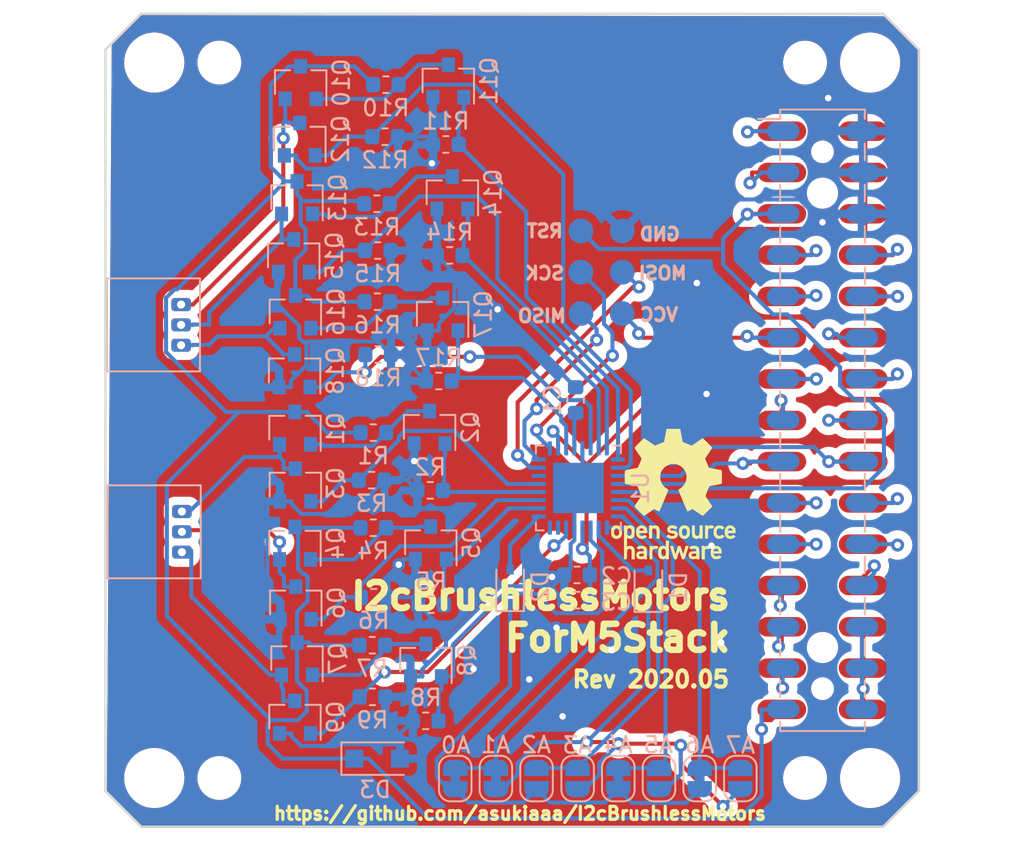
<source format=kicad_pcb>
(kicad_pcb (version 20221018) (generator pcbnew)
  (layers (0 "F.Cu" signal) (31 "B.Cu" signal) (34 "B.Paste" user) (35 "F.Paste" user) (36 "B.SilkS" user "B.Silkscreen") (37 "F.SilkS" user "F.Silkscreen") (38 "B.Mask" user) (39 "F.Mask" user) (44 "Edge.Cuts" user))
  (net 0 "")
  (net 1 "GND")
  (net 2 "+BATT")
  (net 3 "+5V")
  (net 4 "+3V3")
  (net 5 "Net-(C1-Pad2)")
  (net 6 "/21_SDA")
  (net 7 "/22_SCL")
  (net 8 "/MISO")
  (net 9 "/SCK")
  (net 10 "/MOSI")
  (net 11 "/RST")
  (net 12 "/HPWR")
  (net 13 "/15")
  (net 14 "/12")
  (net 15 "/2")
  (net 16 "/16")
  (net 17 "/3")
  (net 18 "/18")
  (net 19 "/19")
  (net 20 "/23")
  (net 21 "/34")
  (net 22 "/0")
  (net 23 "/13")
  (net 24 "/5")
  (net 25 "/17")
  (net 26 "/1")
  (net 27 "/26")
  (net 28 "/25")
  (net 29 "/36")
  (net 30 "/35")
  (net 31 "Net-(U1-Pad14)")
  (net 32 "Net-(U1-Pad8)")
  (net 33 "Net-(U1-Pad7)")
  (net 34 "/M1C")
  (net 35 "/M1B")
  (net 36 "/M1A")
  (net 37 "/M2C")
  (net 38 "/M2B")
  (net 39 "/M2A")
  (net 40 "/M2BL")
  (net 41 "/M2CH")
  (net 42 "/M2CL")
  (net 43 "Net-(Q1-Pad1)")
  (net 44 "/M1AH")
  (net 45 "/M1AL")
  (net 46 "/M1BH")
  (net 47 "/M1CH")
  (net 48 "/M1BL")
  (net 49 "/M1CL")
  (net 50 "/M2AH")
  (net 51 "/M2BH")
  (net 52 "/M2AL")
  (net 53 "Net-(A0-Pad2)")
  (net 54 "Net-(A1-Pad2)")
  (net 55 "Net-(Q4-Pad1)")
  (net 56 "Net-(Q7-Pad1)")
  (net 57 "Net-(Q10-Pad1)")
  (net 58 "Net-(Q13-Pad1)")
  (net 59 "Net-(Q16-Pad1)")
  (net 60 "/A01")
  (net 61 "/A23")
  (net 62 "/A45")
  (net 63 "/A67")
  (net 64 "Net-(D2-Pad2)")
  (net 65 "Net-(D1-Pad2)")
  (footprint "MountingHole:MountingHole_3.2mm_M3" (layer "F.Cu") (at 103 53)
    (fp_text reference "REF1" hide)
    (fp_text value "MountingHole_3.2mm_M3")
  )
  (footprint "MountingHole:MountingHole_3.2mm_M3" (layer "F.Cu") (at 103 97)
    (fp_text reference "REF6" hide)
    (fp_text value "MountingHole_3.2mm_M3")
  )
  (footprint "MountingHole:MountingHole_3.2mm_M3" (layer "F.Cu") (at 147 97)
    (fp_text reference "REF9" hide)
    (fp_text value "MountingHole_3.2mm_M3")
  )
  (footprint "MountingHole:MountingHole_2.2mm_M2" (layer "F.Cu") (at 107 53)
    (fp_text reference "REF2" hide)
    (fp_text value "MountingHole_2.2mm_M2")
  )
  (footprint "MountingHole:MountingHole_3.2mm_M3" (layer "F.Cu") (at 147 53)
    (fp_text reference "REF4" hide)
    (fp_text value "MountingHole_3.2mm_M3")
  )
  (footprint "MountingHole:MountingHole_2.2mm_M2" (layer "F.Cu") (at 143 53)
    (fp_text reference "REF3" hide)
    (fp_text value "MountingHole_2.2mm_M2")
  )
  (footprint "MountingHole:MountingHole_2.2mm_M2" (layer "F.Cu") (at 107 97)
    (fp_text reference "REF7" hide)
    (fp_text value "MountingHole_2.2mm_M2")
  )
  (footprint "MountingHole:MountingHole_2.2mm_M2" (layer "F.Cu") (at 143 97)
    (fp_text reference "REF8" hide)
    (fp_text value "MountingHole_2.2mm_M2")
  )
  (footprint "Symbol:OSHW-Logo_7.5x8mm_SilkScreen" (layer "F.Cu") (at 134.8988 79.5332)
    (fp_text reference "REF**" hide)
    (fp_text value "OSHW-Logo_7.5x8mm_SilkScreen" hide)
  )
  (footprint "footprints:PinHeader_2x15_P2.54mm_M5Stack" (layer "F.Cu") (at 144.074 75)
    (fp_text reference "J3" hide)
    (fp_text value "Header")
  )
  (footprint "footprints:PinSocket_2x15_P2.54mm_Vertical_SMD_just_for_M5Stack_bottom" (layer "B.Cu") (at 144.074 75 180)
    (fp_text reference "J4" hide)
    (fp_text value "Socket")
  )
  (footprint "Capacitor_SMD:C_0603_1608Metric" (layer "B.Cu") (at 128.899 73.7582 -90)
    (fp_text reference "C1")
    (fp_text value "0.1uf")
  )
  (footprint "footprints:2x03_P2.54mm_Pads" (layer "B.Cu") (at 130.494 65.8932)
    (fp_text reference "J2" hide)
    (fp_text value "Conn_01x06")
  )
  (footprint "Resistor_SMD:R_0603_1608Metric" (layer "B.Cu") (at 116.361 78.6832)
    (fp_text reference "R3")
    (fp_text value "10k")
  )
  (footprint "Jumper:SolderJumper-2_P1.3mm_Bridged_RoundedPad1.0x1.5mm" (layer "B.Cu") (at 121.499 97.0332 -90)
    (fp_text reference "A0")
    (fp_text value "NC")
  )
  (footprint "Jumper:SolderJumper-2_P1.3mm_Bridged_RoundedPad1.0x1.5mm" (layer "B.Cu") (at 123.999 97.0332 -90)
    (fp_text reference "A1")
    (fp_text value "NC")
  )
  (footprint "Jumper:SolderJumper-2_P1.3mm_Open_RoundedPad1.0x1.5mm" (layer "B.Cu") (at 126.499 97.0332 -90)
    (fp_text reference "A2")
    (fp_text value "NO")
  )
  (footprint "Jumper:SolderJumper-2_P1.3mm_Open_RoundedPad1.0x1.5mm" (layer "B.Cu") (at 129.024 97.0332 -90)
    (fp_text reference "A3")
    (fp_text value "NO")
  )
  (footprint "Jumper:SolderJumper-2_P1.3mm_Bridged_RoundedPad1.0x1.5mm" (layer "B.Cu") (at 131.524 97.0332 -90)
    (fp_text reference "A4")
    (fp_text value "NC")
  )
  (footprint "Jumper:SolderJumper-2_P1.3mm_Open_RoundedPad1.0x1.5mm" (layer "B.Cu") (at 134.024 97.0332 -90)
    (fp_text reference "A5")
    (fp_text value "NO")
  )
  (footprint "Jumper:SolderJumper-2_P1.3mm_Bridged_RoundedPad1.0x1.5mm" (layer "B.Cu") (at 136.524 97.0332 -90)
    (fp_text reference "A6")
    (fp_text value "NC")
  )
  (footprint "footprints:Molex_1x03_P1.25mm_Vertical" (layer "B.Cu") (at 102.9988 81.8582 -90)
    (fp_text reference "J1" hide)
    (fp_text value "Conn_01x03")
  )
  (footprint "footprints:Molex_1x03_P1.25mm_Vertical" (layer "B.Cu") (at 102.9488 69.1332 -90)
    (fp_text reference "J5" hide)
    (fp_text value "Conn_01x03")
  )
  (footprint "Package_TO_SOT_SMD:SOT-23" (layer "B.Cu") (at 111.649 75.4832 90)
    (fp_text reference "Q1")
    (fp_text value "Q_PMOS_GSD")
  )
  (footprint "Package_TO_SOT_SMD:SOT-23" (layer "B.Cu") (at 119.924 75.4332 90)
    (fp_text reference "Q2")
    (fp_text value "Q_NMOS_GSD")
  )
  (footprint "Package_TO_SOT_SMD:SOT-23" (layer "B.Cu") (at 111.674 78.9832 90)
    (fp_text reference "Q3")
    (fp_text value "Q_NMOS_GSD")
  )
  (footprint "Package_TO_SOT_SMD:SOT-23" (layer "B.Cu") (at 119.999 82.5332 90)
    (fp_text reference "Q5")
    (fp_text value "Q_NMOS_GSD")
  )
  (footprint "Package_TO_SOT_SMD:SOT-23" (layer "B.Cu") (at 119.699 89.7582 90)
    (fp_text reference "Q8")
    (fp_text value "Q_NMOS_GSD")
  )
  (footprint "Package_TO_SOT_SMD:SOT-23" (layer "B.Cu") (at 111.649 82.5582 90)
    (fp_text reference "Q4")
    (fp_text value "Q_PMOS_GSD")
  )
  (footprint "Package_TO_SOT_SMD:SOT-23" (layer "B.Cu") (at 111.699 86.2332 90)
    (fp_text reference "Q6")
    (fp_text value "Q_NMOS_GSD")
  )
  (footprint "Package_TO_SOT_SMD:SOT-23" (layer "B.Cu") (at 111.774 89.6582 90)
    (fp_text reference "Q7")
    (fp_text value "Q_PMOS_GSD")
  )
  (footprint "Package_TO_SOT_SMD:SOT-23" (layer "B.Cu") (at 111.649 93.2582 90)
    (fp_text reference "Q9")
    (fp_text value "Q_NMOS_GSD")
  )
  (footprint "Package_TO_SOT_SMD:SOT-23" (layer "B.Cu") (at 121.074 54.1332 90)
    (fp_text reference "Q11")
    (fp_text value "Q_NMOS_GSD")
  )
  (footprint "Package_TO_SOT_SMD:SOT-23" (layer "B.Cu") (at 121.324 61.0082 90)
    (fp_text reference "Q14")
    (fp_text value "Q_NMOS_GSD")
  )
  (footprint "Package_TO_SOT_SMD:SOT-23" (layer "B.Cu") (at 120.724 68.4832 90)
    (fp_text reference "Q17")
    (fp_text value "Q_NMOS_GSD")
  )
  (footprint "Package_TO_SOT_SMD:SOT-23" (layer "B.Cu") (at 111.999 54.2332 90)
    (fp_text reference "Q10")
    (fp_text value "Q_PMOS_GSD")
  )
  (footprint "Package_TO_SOT_SMD:SOT-23" (layer "B.Cu") (at 111.949 57.7082 90)
    (fp_text reference "Q12")
    (fp_text value "Q_NMOS_GSD")
  )
  (footprint "Package_TO_SOT_SMD:SOT-23" (layer "B.Cu") (at 111.774 61.3082 90)
    (fp_text reference "Q13")
    (fp_text value "Q_PMOS_GSD")
  )
  (footprint "Package_TO_SOT_SMD:SOT-23" (layer "B.Cu") (at 111.574 64.8832 90)
    (fp_text reference "Q15")
    (fp_text value "Q_NMOS_GSD")
  )
  (footprint "Package_TO_SOT_SMD:SOT-23" (layer "B.Cu") (at 111.674 68.3332 90)
    (fp_text reference "Q16")
    (fp_text value "Q_PMOS_GSD")
  )
  (footprint "Package_TO_SOT_SMD:SOT-23" (layer "B.Cu") (at 111.624 71.9582 90)
    (fp_text reference "Q18")
    (fp_text value "Q_NMOS_GSD")
  )
  (footprint "Resistor_SMD:R_0603_1608Metric" (layer "B.Cu") (at 119.961 79.3082 180)
    (fp_text reference "R2")
    (fp_text value "10k")
  )
  (footprint "Resistor_SMD:R_0603_1608Metric" (layer "B.Cu") (at 116.461 75.7582)
    (fp_text reference "R1")
    (fp_text value "10k")
  )
  (footprint "Resistor_SMD:R_0603_1608Metric" (layer "B.Cu") (at 120.011 86.3332 180)
    (fp_text reference "R5")
    (fp_text value "10k")
  )
  (footprint "Resistor_SMD:R_0603_1608Metric" (layer "B.Cu") (at 119.686 93.4832 180)
    (fp_text reference "R8")
    (fp_text value "10k")
  )
  (footprint "Resistor_SMD:R_0603_1608Metric" (layer "B.Cu") (at 116.461 81.6082)
    (fp_text reference "R4")
    (fp_text value "10k")
  )
  (footprint "Resistor_SMD:R_0603_1608Metric" (layer "B.Cu") (at 116.3988 88.8332)
    (fp_text reference "R7")
    (fp_text value "10k")
  )
  (footprint "Resistor_SMD:R_0603_1608Metric" (layer "B.Cu") (at 116.486 85.8832)
    (fp_text reference "R6")
    (fp_text value "10k")
  )
  (footprint "Resistor_SMD:R_0603_1608Metric" (layer "B.Cu") (at 116.411 92.0082)
    (fp_text reference "R9")
    (fp_text value "10k")
  )
  (footprint "Resistor_SMD:R_0603_1608Metric" (layer "B.Cu") (at 120.924 58.0332 180)
    (fp_text reference "R11")
    (fp_text value "10k")
  )
  (footprint "Resistor_SMD:R_0603_1608Metric" (layer "B.Cu") (at 121.161 64.8582 180)
    (fp_text reference "R14")
    (fp_text value "10k")
  )
  (footprint "Resistor_SMD:R_0603_1608Metric" (layer "B.Cu") (at 120.486 72.5832 180)
    (fp_text reference "R17")
    (fp_text value "10k")
  )
  (footprint "Resistor_SMD:R_0603_1608Metric" (layer "B.Cu") (at 117.236 54.3582)
    (fp_text reference "R10")
    (fp_text value "10k")
  )
  (footprint "Resistor_SMD:R_0603_1608Metric" (layer "B.Cu") (at 116.686 61.6832)
    (fp_text reference "R13")
    (fp_text value "10k")
  )
  (footprint "Resistor_SMD:R_0603_1608Metric" (layer "B.Cu") (at 116.711 67.7082)
    (fp_text reference "R16")
    (fp_text value "10k")
  )
  (footprint "Resistor_SMD:R_0603_1608Metric" (layer "B.Cu") (at 117.186 57.5582)
    (fp_text reference "R12")
    (fp_text value "10k")
  )
  (footprint "Resistor_SMD:R_0603_1608Metric" (layer "B.Cu") (at 116.736 64.5582)
    (fp_text reference "R15")
    (fp_text value "10k")
  )
  (footprint "Resistor_SMD:R_0603_1608Metric" (layer "B.Cu") (at 116.761 70.9582)
    (fp_text reference "R18")
    (fp_text value "10k")
  )
  (footprint "Package_DFN_QFN:QFN-32-1EP_5x5mm_P0.5mm_EP3.1x3.1mm" (layer "B.Cu") (at 129.069 79.1632 90)
    (fp_text reference "U1")
    (fp_text value "ATmega328PB-MU")
  )
  (footprint "Jumper:SolderJumper-2_P1.3mm_Open_RoundedPad1.0x1.5mm" (layer "B.Cu") (at 139.024 97.0332 -90)
    (fp_text reference "A7")
    (fp_text value "NO")
  )
  (footprint "Capacitor_SMD:C_0603_1608Metric" (layer "B.Cu") (at 128.986 84.5082)
    (fp_text reference "C2")
    (fp_text value "1uf")
  )
  (footprint "Capacitor_SMD:C_0603_1608Metric" (layer "B.Cu") (at 128.986 86.0582)
    (fp_text reference "C3")
    (fp_text value "0.1uf")
  )
  (footprint "Diode_SMD:D_SOD-323" (layer "B.Cu") (at 133.374 85.2832 90)
    (fp_text reference "D1")
    (fp_text value "D")
  )
  (footprint "Diode_SMD:D_SOD-323" (layer "B.Cu") (at 124.874 85.2332 90)
    (fp_text reference "D2")
    (fp_text value "D")
  )
  (footprint "Diode_SMD:D_SOD-123F" (layer "B.Cu") (at 116.699 95.8082)
    (fp_text reference "D3")
    (fp_text value "D")
  )
  (gr_line (start 150 97.8) (end 147.8 100) (stroke (width 0.15)) (layer "Edge.Cuts"))
  (gr_line (start 147.8 50) (end 150 52.2) (stroke (width 0.15)) (layer "Edge.Cuts"))
  (gr_line (start 102.2 50) (end 100 52.2) (stroke (width 0.15)) (layer "Edge.Cuts"))
  (gr_line (start 147.8 100) (end 102.2 100) (stroke (width 0.15)) (layer "Edge.Cuts"))
  (gr_line (start 102.2 100) (end 100 97.8) (stroke (width 0.15)) (layer "Edge.Cuts"))
  (gr_line (start 102.2 50) (end 147.8 50) (stroke (width 0.15)) (layer "Edge.Cuts"))
  (gr_line (start 100 97.8) (end 100 52.2) (stroke (width 0.15)) (layer "Edge.Cuts"))
  (gr_line (start 150 52.2) (end 150 97.8) (stroke (width 0.15)) (layer "Edge.Cuts"))
  (gr_text "MISO" (at 126.8238 68.5832) (layer "B.SilkS") (effects (font (size 0.8 0.8) (thickness 0.2)) (justify mirror)))
  (gr_text "VCC" (at 134.0238 68.5082) (layer "B.SilkS") (effects (font (size 0.8 0.8) (thickness 0.2)) (justify mirror)))
  (gr_text "SCK" (at 126.9988 65.9582) (layer "B.SilkS") (effects (font (size 0.8 0.8) (thickness 0.2)) (justify mirror)))
  (gr_text "RST" (at 126.9988 63.3582) (layer "B.SilkS") (effects (font (size 0.8 0.8) (thickness 0.2)) (justify mirror)))
  (gr_text "MOSI" (at 134.2488 65.9582) (layer "B.SilkS") (effects (font (size 0.8 0.8) (thickness 0.2)) (justify mirror)))
  (gr_text "GND" (at 134.0738 63.5582) (layer "B.SilkS") (effects (font (size 0.8 0.8) (thickness 0.2)) (justify mirror)))
  (gr_text "https://github.com/asukiaaa/I2cBrushlessMotors" (at 125.4738 99.1832) (layer "F.SilkS") (effects (font (size 0.8 0.8) (thickness 0.2))))
  (gr_text "Rev 2020.05" (at 133.5238 90.9332) (layer "F.SilkS") (effects (font (size 1 1) (thickness 0.25))))
  (gr_text "I2cBrushlessMotors\nForM5Stack" (at 138.5988 87.1082) (layer "F.SilkS") (effects (font (size 1.6 1.6) (thickness 0.4)) (justify right)))
  (segment (start 131.0988 89.1332) (end 129.0988 89.1332) (width 0.25) (layer "F.Cu") (net 1))
  (segment (start 136.9488 73.3832) (end 136.9488 82.4082) (width 0.25) (layer "F.Cu") (net 1))
  (segment (start 137.2988 55.1832) (end 136.3488 56.1332) (width 0.25) (layer "F.Cu") (net 1))
  (segment (start 143.665 63.2311) (end 124.101 63.2311) (width 0.25) (layer "F.Cu") (net 1))
  (segment (start 118.0255 78.4565) (end 118.974 77.508) (width 0.25) (layer "F.Cu") (net 1))
  (segment (start 124.101 68.1742) (end 124.1025 68.1742) (width 0.25) (layer "F.Cu") (net 1))
  (segment (start 126.0488 86.0332) (end 127.4488 84.6332) (width 0.25) (layer "F.Cu") (net 1))
  (segment (start 146.574 57.22) (end 146.574 59.76) (width 0.25) (layer "F.Cu") (net 1))
  (segment (start 128.0988 93.2082) (end 125.5488 93.2082) (width 0.25) (layer "F.Cu") (net 1))
  (segment (start 146.574 62.3) (end 144.7487 62.3) (width 0.25) (layer "F.Cu") (net 1))
  (segment (start 144.2266 62.8221) (end 144.074 62.8221) (width 0.25) (layer "F.Cu") (net 1))
  (segment (start 136.9488 82.4082) (end 137.2488 82.7082) (width 0.25) (layer "F.Cu") (net 1))
  (segment (start 124.101 72.381) (end 118.974 77.508) (width 0.25) (layer "F.Cu") (net 1))
  (segment (start 144.074 62.8221) (end 143.665 63.2311) (width 0.25) (layer "F.Cu") (net 1))
  (segment (start 137.8488 88.6582) (end 131.5738 88.6582) (width 0.25) (layer "F.Cu") (net 1))
  (segment (start 118.0255 83.8765) (end 118.0255 78.4565) (width 0.25) (layer "F.Cu") (net 1))
  (segment (start 125.5488 93.2082) (end 122.6238 90.2832) (width 0.25) (layer "F.Cu") (net 1))
  (segment (start 144.7487 62.3) (end 144.2266 62.8221) (width 0.25) (layer "F.Cu") (net 1))
  (segment (start 126.0488 90.9332) (end 126.0488 86.0332) (width 0.25) (layer "F.Cu") (net 1))
  (segment (start 124.101 63.2311) (end 124.101 68.1742) (width 0.25) (layer "F.Cu") (net 1))
  (segment (start 144.4238 55.1832) (end 137.2988 55.1832) (width 0.25) (layer "F.Cu") (net 1))
  (segment (start 131.5738 88.6582) (end 131.0988 89.1332) (width 0.25) (layer "F.Cu") (net 1))
  (segment (start 124.101 63.2311) (end 120.066 59.1961) (width 0.25) (layer "F.Cu") (net 1))
  (segment (start 124.101 68.1742) (end 124.101 72.381) (width 0.25) (layer "F.Cu") (net 1))
  (segment (start 129.0988 89.1332) (end 127.7238 87.7582) (width 0.25) (layer "F.Cu") (net 1))
  (segment (start 136.3488 56.1332) (end 136.3488 66.5582) (width 0.25) (layer "F.Cu") (net 1))
  (segment (start 146.574 59.76) (end 146.574 62.3) (width 0.25) (layer "F.Cu") (net 1))
  (via (at 136.9488 73.3832) (size 0.8) (drill 0.4) (layers "F.Cu" "B.Cu") (net 1))
  (via (at 127.7238 87.7582) (size 0.8) (drill 0.4) (layers "F.Cu" "B.Cu") (net 1))
  (via (at 144.4238 55.1832) (size 0.8) (drill 0.4) (layers "F.Cu" "B.Cu") (net 1))
  (via (at 126.0488 90.9332) (size 0.8) (drill 0.4) (layers "F.Cu" "B.Cu") (net 1))
  (via (at 122.6238 90.2832) (size 0.8) (drill 0.4) (layers "F.Cu" "B.Cu") (net 1))
  (via (at 144.074 62.8221) (size 0.8) (drill 0.4) (layers "F.Cu" "B.Cu") (net 1))
  (via (at 137.2488 82.7082) (size 0.8) (drill 0.4) (layers "F.Cu" "B.Cu") (net 1))
  (via (at 128.0988 93.2082) (size 0.8) (drill 0.4) (layers "F.Cu" "B.Cu") (net 1))
  (via (at 137.8488 88.6582) (size 0.8) (drill 0.4) (layers "F.Cu" "B.Cu") (net 1))
  (via (at 120.066 59.1961) (size 0.8) (drill 0.4) (layers "F.Cu" "B.Cu") (net 1))
  (via (at 131.0988 89.1332) (size 0.8) (drill 0.4) (layers "F.Cu" "B.Cu") (net 1))
  (via (at 136.3488 66.5582) (size 0.8) (drill 0.4) (layers "F.Cu" "B.Cu") (net 1))
  (via (at 127.4488 84.6332) (size 0.8) (drill 0.4) (layers "F.Cu" "B.Cu") (net 1))
  (via (at 118.0255 83.8765) (size 0.8) (drill 0.4) (layers "F.Cu" "B.Cu") (net 1))
  (via (at 118.974 77.508) (size 0.8) (drill 0.4) (layers "F.Cu" "B.Cu") (net 1))
  (via (at 124.1025 68.1742) (size 0.8) (drill 0.4) (layers "F.Cu" "B.Cu") (net 1))
  (segment (start 118.0735 70.9582) (end 119.6985 72.5832) (width 0.25) (layer "B.Cu") (net 1))
  (segment (start 121.1841 88.2938) (end 119.2235 86.3332) (width 0.25) (layer "B.Cu") (net 1))
  (segment (start 111.8986 69.1919) (end 110.624 67.9173) (width 0.25) (layer "B.Cu") (net 1))
  (segment (start 111.8986 69.9293) (end 111.8986 69.1919) (width 0.25) (layer "B.Cu") (net 1))
  (segment (start 110.724 79.9832) (end 111.4493 79.9832) (width 0.25) (layer "B.Cu") (net 1))
  (segment (start 137.8488 83.3082) (end 137.8488 88.6582) (width 0.25) (layer "B.Cu") (net 1))
  (segment (start 120.3735 64.5582) (end 120.3735 64.8582) (width 0.25) (layer "B.Cu") (net 1))
  (segment (start 110.5492 87.2332) (end 109.9534 86.6374) (width 0.25) (layer "B.Cu") (net 1))
  (segment (start 118.8985 91.683) (end 118.749 91.5335) (width 0.25) (layer "B.Cu") (net 1))
  (segment (start 114.2107 95.0336) (end 112.0367 95.0336) (width 0.25) (layer "B.Cu") (net 1))
  (segment (start 144.6466 62.8221) (end 144.074 62.8221) (width 0.25) (layer "B.Cu") (net 1))
  (segment (start 146.594 59.76) (end 146.494 59.86) (width 0.25) (layer "B.Cu") (net 1))
  (segment (start 112.3494 71.6204) (end 112.3494 70.2955) (width 0.25) (layer "B.Cu") (net 1))
  (segment (start 118.749 90.9373) (end 118.749 91.5335) (width 0.25) (layer "B.Cu") (net 1))
  (segment (start 146.594 57.32) (end 146.594 59.76) (width 0.25) (layer "B.Cu") (net 1))
  (segment (start 111.4243 94.4212) (end 111.4243 94.2582) (width 0.25) (layer "B.Cu") (net 1))
  (segment (start 120.066 59.1961) (end 120.066 58.1037) (width 0.25) (layer "B.Cu") (net 1))
  (segment (start 121.1841 88.2938) (end 120.9239 88.554) (width 0.25) (layer "B.Cu") (net 1))
  (segment (start 121.4494 65.9341) (end 120.3735 64.8582) (width 0.25) (layer "B.Cu") (net 1))
  (segment (start 127.4993 85.2074) (end 128.1985 84.5082) (width 0.25) (layer "B.Cu") (net 1))
  (segment (start 120.1365 57.5707) (end 120.124 57.5582) (width 0.25) (layer "B.Cu") (net 1))
  (segment (start 119.049 83.5332) (end 118.3237 83.5332) (width 0.25) (layer "B.Cu") (net 1))
  (segment (start 142.6715 61.4196) (end 133.6976 61.4196) (width 0.25) (layer "B.Cu") (net 1))
  (segment (start 128.5937 84.113) (end 128.5937 82.6001) (width 0.25) (layer "B.Cu") (net 1))
  (segment (start 136.3488 66.5582) (end 136.3488 72.7832) (width 0.25) (layer "B.Cu") (net 1))
  (segment (start 110.624 67.9173) (end 110.624 65.8832) (width 0.25) (layer "B.Cu") (net 1))
  (segment (start 112.0367 95.0336) (end 111.4243 94.4212) (width 0.25) (layer "B.Cu") (net 1))
  (segment (start 120.124 57.5582) (end 117.9735 57.5582) (width 0.25) (layer "B.Cu") (net 1))
  (segment (start 128.0988 92.1332) (end 128.0988 93.2082) (width 0.25) (layer "B.Cu") (net 1))
  (segment (start 118.3237 83.5783) (end 118.0255 83.8765) (width 0.25) (layer "B.Cu") (net 1))
  (segment (start 124.0105 68.0822) (end 124.1025 68.1742) (width 0.25) (layer "B.Cu") (net 1))
  (segment (start 145.1687 62.3) (end 144.6466 62.8221) (width 0.25) (layer "B.Cu") (net 1))
  (segment (start 109.9534 80.0285) (end 109.9987 79.9832) (width 0.25) (layer "B.Cu") (net 1))
  (segment (start 116.7403 70.15) (end 112.4949 70.15) (width 0.25) (layer "B.Cu") (net 1))
  (segment (start 133.6976 61.4196) (end 131.764 63.3532) (width 0.25) (layer "B.Cu") (net 1))
  (segment (start 114.3172 94.9271) (end 114.2107 95.0336) (width 0.25) (layer "B.Cu") (net 1))
  (segment (start 144.074 62.8221) (end 142.6715 61.4196) (width 0.25) (layer "B.Cu") (net 1))
  (segment (start 111.7243 58.8895) (end 111.7243 58.7082) (width 0.25) (layer "B.Cu") (net 1))
  (segment (start 119.0487 69.4832) (end 119.0487 69.983) (width 0.25) (layer "B.Cu") (net 1))
  (segment (start 112.2367 70.1828) (end 112.1521 70.1828) (width 0.25) (layer "B.Cu") (net 1))
  (segment (start 118.099 94.9271) (end 114.3172 94.9271) (width 0.25) (layer "B.Cu") (net 1))
  (segment (start 146.494 57.22) (end 146.594 57.32) (width 0.25) (layer "B.Cu") (net 1))
  (segment (start 118.099 94.2827) (end 118.099 94.9271) (width 0.25) (layer "B.Cu") (net 1))
  (segment (start 120.3735 62.784) (end 120.3735 64.5582) (width 0.25) (layer "B.Cu") (net 1))
  (segment (start 116.0079 59.5238) (end 112.3586 59.5238) (width 0.25) (layer "B.Cu") (net 1))
  (segment (start 120.066 58.1037) (end 120.1365 58.0332) (width 0.25) (layer "B.Cu") (net 1))
  (segment (start 110.999 58.7082) (end 111.7243 58.7082) (width 0.25) (layer "B.Cu") (net 1))
  (segment (start 112.3586 59.5238) (end 111.7243 58.8895) (width 0.25) (layer "B.Cu") (net 1))
  (segment (start 146.494 57.22) (end 145.244 57.22) (width 0.25) (layer "B.Cu") (net 1))
  (segment (start 117.2735 85.8832) (end 119.049 85.8832) (width 0.25) (layer "B.Cu") (net 1))
  (segment (start 128.1985 86.0582) (end 127.4993 85.359) (width 0.25) (layer "B.Cu") (net 1))
  (segment (start 118.2743 92.0082) (end 118.749 91.5335) (width 0.25) (layer "B.Cu") (net 1))
  (segment (start 118.8985 93.4832) (end 118.099 94.2827) (width 0.25) (layer "B.Cu") (net 1))
  (segment (start 118.8985 93.4832) (end 118.8985 91.683) (width 0.25) (layer "B.Cu") (net 1))
  (segment (start 127.7238 87.7582) (end 126.0488 89.4332) (width 0.25) (layer "B.Cu") (net 1))
  (segment (start 120.9239 88.8591) (end 119.4743 90.3087) (width 0.25) (layer "B.Cu") (net 1))
  (segment (start 118.5485 78.6832) (end 119.1735 79.3082) (width 0.25) (layer "B.Cu") (net 1))
  (segment (start 146.494 62.3) (end 145.1687 62.3) (width 0.25) (layer "B.Cu") (net 1))
  (segment (start 117.5485 70.9582) (end 116.7403 70.15) (width 0.25) (layer "B.Cu") (net 1))
  (segment (start 120.9239 88.554) (end 120.9239 88.8591) (width 0.25) (layer "B.Cu") (net 1))
  (segment (start 120.374 62.0082) (end 120.374 62.7835) (width 0.25) (layer "B.Cu") (net 1))
  (segment (start 110.699 94.2582) (end 111.4243 94.2582) (width 0.25) (layer "B.Cu") (net 1))
  (segment (start 129.069 79.1632) (end 129.319 78.9132) (width 0.25) (layer "B.Cu") (net 1))
  (segment (start 120.3735 64.5582) (end 117.5235 64.5582) (width 0.25) (layer "B.Cu") (net 1))
  (segment (start 117.1985 92.0082) (end 118.2743 92.0082) (width 0.25) (layer "B.Cu") (net 1))
  (segment (start 111.3993 72.9582) (end 111.3993 72.5705) (width 0.25) (layer "B.Cu") (net 1))
  (segment (start 120.1367 69.4832) (end 119.774 69.4832) (width 0.25) (layer "B.Cu") (net 1))
  (segment (start 118.5485 78.6832) (end 118.974 78.2577) (width 0.25) (layer "B.Cu") (net 1))
  (segment (start 128.819 79.4132) (end 129.069 79.1632) (width 0.25) (layer "B.Cu") (net 1))
  (segment (start 110.724 79.9832) (end 109.9987 79.9832) (width 0.25) (layer "B.Cu") (net 1))
  (segment (start 121.4494 68.0822) (end 121.4494 65.9341) (width 0.25) (layer "B.Cu") (net 1))
  (segment (start 119.049 83.5332) (end 119.049 84.3085) (width 0.25) (layer "B.Cu") (net 1))
  (segment (start 128.899 72.9707) (end 124.1026 68.1743) (width 0.25) (layer "B.Cu") (net 1))
  (segment (start 111.3993 72.5705) (end 112.3494 71.6204) (width 0.25) (layer "B.Cu") (net 1))
  (segment (start 128.819 82.3748) (end 128.819 81.6007) (width 0.25) (layer "B.Cu") (net 1))
  (segment (start 126.0488 89.4332) (end 126.0488 90.9332) (width 0.25) (layer "B.Cu") (net 1))
  (segment (start 112.3494 70.2955) (end 112.2367 70.1828) (width 0.25) (layer "B.Cu") (net 1))
  (segment (start 144.4238 56.3998) (end 144.4238 55.1832) (width 0.25) (layer "B.Cu") (net 1))
  (segment (start 119.049 85.8832) (end 119.049 86.1587) (width 0.25) (layer "B.Cu") (net 1))
  (segment (start 112.0434 80.7586) (end 111.4493 80.1645) (width 0.25) (layer "B.Cu") (net 1))
  (segment (start 110.749 87.2332) (end 110.5492 87.2332) (width 0.25) (layer "B.Cu") (net 1))
  (segment (start 117.5485 70.9582) (end 118.0735 70.9582) (width 0.25) (layer "B.Cu") (net 1))
  (segment (start 120.4993 69.4832) (end 120.4993 69.0323) (width 0.25) (layer "B.Cu") (net 1))
  (segment (start 120.124 57.5582) (end 120.124 55.9085) (width 0.25) (layer "B.Cu") (net 1))
  (segment (start 120.374 62.7835) (end 120.3735 62.784) (width 0.25) (layer "B.Cu") (net 1))
  (segment (start 118.749 90.7582) (end 118.749 90.9373) (width 0.25) (layer "B.Cu") (net 1))
  (segment (start 118.099 94.9271) (end 118.099 95.8082) (width 0.25) (layer "B.Cu") (net 1))
  (segment (start 118.3237 83.5332) (end 118.3237 83.5783) (width 0.25) (layer "B.Cu") (net 1))
  (segment (start 115.0731 80.7586) (end 112.0434 80.7586) (width 0.25) (layer "B.Cu") (net 1))
  (segment (start 136.3488 72.7832) (end 136.9488 73.3832) (width 0.25) (layer "B.Cu") (net 1))
  (segment (start 110.674 72.9582) (end 111.3993 72.9582) (width 0.25) (layer "B.Cu") (net 1))
  (segment (start 127.4993 85.359) (end 127.4993 85.2074) (width 0.25) (layer "B.Cu") (net 1))
  (segment (start 131.0988 89.1332) (end 128.0988 92.1332) (width 0.25) (layer "B.Cu") (net 1))
  (segment (start 124.1026 68.1743) (end 124.1026 68.1742) (width 0.25) (layer "B.Cu") (net 1))
  (segment (start 124.1026 68.1742) (end 124.1025 68.1742) (width 0.25) (layer "B.Cu") (net 1))
  (segment (start 117.1485 78.6832) (end 115.0731 80.7586) (width 0.25) (layer "B.Cu") (net 1))
  (segment (start 117.1485 78.6832) (end 118.5485 78.6832) (width 0.25) (layer "B.Cu") (net 1))
  (segment (start 120.4993 69.0323) (end 121.4494 68.0822) (width 0.25) (layer "B.Cu") (net 1))
  (segment (start 128.5937 82.6001) (end 128.819 82.3748) (width 0.25) (layer "B.Cu") (net 1))
  (segment (start 117.9735 57.5582) (end 116.0079 59.5238) (width 0.25) (layer "B.Cu") (net 1))
  (segment (start 127.4993 85.2074) (end 124.2705 85.2074) (width 0.25) (layer "B.Cu") (net 1))
  (segment (start 118.974 76.4332) (end 118.974 77.508) (width 0.25) (layer "B.Cu") (net 1))
  (segment (start 119.4743 90.3087) (end 119.4743 90.7582) (width 0.25) (layer "B.Cu") (net 1))
  (segment (start 112.4949 70.15) (end 112.3494 70.2955) (width 0.25) (layer "B.Cu") (net 1))
  (segment (start 119.774 69.4832) (end 119.0487 69.4832) (width 0.25) (layer "B.Cu") (net 1))
  (segment (start 145.244 57.22) (end 144.4238 56.3998) (width 0.25) (layer "B.Cu") (net 1))
  (segment (start 121.4494 68.0822) (end 124.0105 68.0822) (width 0.25) (layer "B.Cu") (net 1))
  (segment (start 118.974 78.2577) (end 118.974 77.508) (width 0.25) (layer "B.Cu") (net 1))
  (segment (start 119.049 84.3085) (end 119.049 85.8832) (width 0.25) (layer "B.Cu") (net 1))
  (segment (start 128.1985 84.5082) (end 128.5937 84.113) (width 0.25) (layer "B.Cu") (net 1))
  (segment (start 109.9534 86.6374) (end 109.9534 80.0285) (width 0.25) (layer "B.Cu") (net 1))
  (segment (start 120.124 55.1332) (end 120.124 55.9085) (width 0.25) (layer "B.Cu") (net 1))
  (segment (start 124.2705 85.2074) (end 121.1841 88.2938) (width 0.25) (layer "B.Cu") (net 1))
  (segment (start 118.749 90.7582) (end 119.4743 90.7582) (width 0.25) (layer "B.Cu") (net 1))
  (segment (start 119.0487 69.983) (end 118.0735 70.9582) (width 0.25) (layer "B.Cu") (net 1))
  (segment (start 129.319 78.9132) (end 129.319 76.7257) (width 0.25) (layer "B.Cu") (net 1))
  (segment (start 146.494 59.86) (end 146.494 62.3) (width 0.25) (layer "B.Cu") (net 1))
  (segment (start 137.2488 82.7082) (end 137.8488 83.3082) (width 0.25) (layer "B.Cu") (net 1))
  (segment (start 111.4493 80.1645) (end 111.4493 79.9832) (width 0.25) (layer "B.Cu") (net 1))
  (segment (start 120.1365 58.0332) (end 120.1365 57.5707) (width 0.25) (layer "B.Cu") (net 1))
  (segment (start 128.819 81.6007) (end 128.819 79.4132) (width 0.25) (layer "B.Cu") (net 1))
  (segment (start 119.049 86.1587) (end 119.2235 86.3332) (width 0.25) (layer "B.Cu") (net 1))
  (segment (start 120.1367 69.4832) (end 120.4993 69.4832) (width 0.25) (layer "B.Cu") (net 1))
  (segment (start 112.1521 70.1828) (end 111.8986 69.9293) (width 0.25) (layer "B.Cu") (net 1))
  (segment (start 140.3287 93.4426) (end 140.3287 94.0052) (width 0.25) (layer "F.Cu") (net 2))
  (segment (start 140.9114 93.4426) (end 140.3287 93.4426) (width 0.25) (layer "F.Cu") (net 2))
  (segment (start 141.574 92.78) (end 140.9114 93.4426) (width 0.25) (layer "F.Cu") (net 2))
  (via (at 140.3287 94.0052) (size 0.8) (drill 0.4) (layers "F.Cu" "B.Cu") (net 2))
  (segment (start 103.72379 67.465732) (end 103.72379 70.800668) (width 0.25) (layer "B.Cu") (net 2))
  (segment (start 111.999 53.2332) (end 111.2737 53.2332) (width 0.25) (layer "B.Cu") (net 2))
  (segment (start 115.8985 61.6832) (end 115.7266 61.5113) (width 0.25) (layer "B.Cu") (net 2))
  (segment (start 112.3744 92.8985) (end 112.3744 91.646) (width 0.25) (layer "B.Cu") (net 2))
  (segment (start 115.299 95.8082) (end 110.878 95.8082) (width 0.25) (layer "B.Cu") (net 2))
  (segment (start 115.6735 75.7582) (end 113.6493 75.7582) (width 0.25) (layer "B.Cu") (net 2))
  (segment (start 111.8424 81.6082) (end 115.6735 81.6082) (width 0.25) (layer "B.Cu") (net 2))
  (segment (start 104.242922 66.9466) (end 103.72379 67.465732) (width 0.25) (layer "B.Cu") (net 2))
  (segment (start 140.3287 94.0052) (end 140.3287 98.0946) (width 0.25) (layer "B.Cu") (net 2))
  (segment (start 112.2994 63.246) (end 112.2994 64.5207) (width 0.25) (layer "B.Cu") (net 2))
  (segment (start 111.774 61.0835) (end 111.9986 61.3081) (width 0.25) (layer "B.Cu") (net 2))
  (segment (start 111.674 65.1461) (end 111.674 67.3332) (width 0.25) (layer "B.Cu") (net 2))
  (segment (start 103.72379 70.800668) (end 107.406322 74.4832) (width 0.25) (layer "B.Cu") (net 2))
  (segment (start 110.181 93.4505) (end 111.8224 93.4505) (width 0.25) (layer "B.Cu") (net 2))
  (segment (start 111.674 67.3332) (end 112.3993 67.3332) (width 0.25) (layer "B.Cu") (net 2))
  (segment (start 112.2994 64.5207) (end 111.674 65.1461) (width 0.25) (layer "B.Cu") (net 2))
  (segment (start 111.8224 93.4505) (end 112.3744 92.8985) (width 0.25) (layer "B.Cu") (net 2))
  (segment (start 111.699 81.6082) (end 111.8424 81.6082) (width 0.25) (layer "B.Cu") (net 2))
  (segment (start 112.7743 67.7082) (end 115.9235 67.7082) (width 0.25) (layer "B.Cu") (net 2))
  (segment (start 107.406322 74.4832) (end 108.1946 74.4832) (width 0.25) (layer "B.Cu") (net 2))
  (segment (start 115.7266 61.5113) (end 111.9986 61.5113) (width 0.25) (layer "B.Cu") (net 2))
  (segment (start 111.774 88.6582) (end 111.774 86.7766) (width 0.25) (layer "B.Cu") (net 2))
  (segment (start 109.9736 93.6579) (end 110.181 93.4505) (width 0.25) (layer "B.Cu") (net 2))
  (segment (start 113.6493 75.7582) (end 112.3743 74.4832) (width 0.25) (layer "B.Cu") (net 2))
  (segment (start 103.77379 87.04329) (end 104.2525 87.522) (width 0.25) (layer "B.Cu") (net 2))
  (segment (start 111.2737 53.2332) (end 110.1594 54.3475) (width 0.25) (layer "B.Cu") (net 2))
  (segment (start 112.2617 84.4578) (end 112.1647 84.4578) (width 0.25) (layer "B.Cu") (net 2))
  (segment (start 111.8424 84.1355) (end 111.8424 81.6082) (width 0.25) (layer "B.Cu") (net 2))
  (segment (start 115.8735 88.8332) (end 112.6743 88.8332) (width 0.25) (layer "B.Cu") (net 2))
  (segment (start 111.774 86.7766) (end 112.4244 86.1262) (width 0.25) (layer "B.Cu") (net 2))
  (segment (start 109.9736 94.9038) (end 109.9736 93.6579) (width 0.25) (layer "B.Cu") (net 2))
  (segment (start 111.0487 60.3082) (end 104.4103 66.9466) (width 0.25) (layer "B.Cu") (net 2))
  (segment (start 112.4244 86.1262) (end 112.4244 84.6205) (width 0.25) (layer "B.Cu") (net 2))
  (segment (start 112.6743 88.8332) (end 112.4993 88.6582) (width 0.25) (layer "B.Cu") (net 2))
  (segment (start 112.1647 84.4578) (end 111.8424 84.1355) (width 0.25) (layer "B.Cu") (net 2))
  (segment (start 115.3235 53.2332) (end 111.999 53.2332) (width 0.25) (layer "B.Cu") (net 2))
  (segment (start 111.774 88.6582) (end 111.9236 88.6582) (width 0.25) (layer "B.Cu") (net 2))
  (segment (start 111.649 81.5582) (end 111.699 81.6082) (width 0.25) (layer "B.Cu") (net 2))
  (segment (start 111.9986 61.5113) (end 111.9986 62.9452) (width 0.25) (layer "B.Cu") (net 2))
  (segment (start 141.654 92.78) (end 140.3287 92.78) (width 0.25) (layer "B.Cu") (net 2))
  (segment (start 111.774 60.3082) (end 111.0487 60.3082) (width 0.25) (layer "B.Cu") (net 2))
  (segment (start 111.649 74.4832) (end 112.3743 74.4832) (width 0.25) (layer "B.Cu") (net 2))
  (segment (start 110.878 95.8082) (end 109.9736 94.9038) (width 0.25) (layer "B.Cu") (net 2))
  (segment (start 111.649 74.4832) (end 108.1946 74.4832) (width 0.25) (layer "B.Cu") (net 2))
  (segment (start 111.9986 62.9452) (end 112.2994 63.246) (width 0.25) (layer "B.Cu") (net 2))
  (segment (start 138.9425 99.4808) (end 119.8469 99.4808) (width 0.25) (layer "B.Cu") (net 2))
  (segment (start 111.774 60.6958) (end 111.774 60.3082) (width 0.25) (layer "B.Cu") (net 2))
  (segment (start 112.4244 84.6205) (end 112.2617 84.4578) (width 0.25) (layer "B.Cu") (net 2))
  (segment (start 110.1594 54.3475) (end 110.1594 59.4189) (width 0.25) (layer "B.Cu") (net 2))
  (segment (start 111.9615 88.6582) (end 112.4993 88.6582) (width 0.25) (layer "B.Cu") (net 2))
  (segment (start 111.9615 88.6582) (end 111.9236 88.6582) (width 0.25) (layer "B.Cu") (net 2))
  (segment (start 112.3744 91.646) (end 111.774 91.0456) (width 0.25) (layer "B.Cu") (net 2))
  (segment (start 140.3287 98.0946) (end 138.9425 99.4808) (width 0.25) (layer "B.Cu") (net 2))
  (segment (start 111.9986 61.3081) (end 111.9986 61.5113) (width 0.25) (layer "B.Cu") (net 2))
  (segment (start 108.1946 74.4832) (end 103.77379 78.90401) (width 0.25) (layer "B.Cu") (net 2))
  (segment (start 112.3993 67.3332) (end 112.7743 67.7082) (width 0.25) (layer "B.Cu") (net 2))
  (segment (start 116.4485 54.3582) (end 115.3235 53.2332) (width 0.25) (layer "B.Cu") (net 2))
  (segment (start 103.77379 78.90401) (end 103.77379 87.04329) (width 0.25) (layer "B.Cu") (net 2))
  (segment (start 110.1594 59.4189) (end 111.0487 60.3082) (width 0.25) (layer "B.Cu") (net 2))
  (segment (start 140.3287 92.78) (end 140.3287 94.0052) (width 0.25) (layer "B.Cu") (net 2))
  (segment (start 111.774 60.6958) (end 111.774 61.0835) (width 0.25) (layer "B.Cu") (net 2))
  (segment (start 119.8469 99.4808) (end 116.1743 95.8082) (width 0.25) (layer "B.Cu") (net 2))
  (segment (start 111.774 91.0456) (end 111.774 88.6582) (width 0.25) (layer "B.Cu") (net 2))
  (segment (start 104.2525 87.522) (end 110.181 93.4505) (width 0.25) (layer "B.Cu") (net 2))
  (segment (start 115.299 95.8082) (end 116.1743 95.8082) (width 0.25) (layer "B.Cu") (net 2))
  (segment (start 104.4103 66.9466) (end 104.242922 66.9466) (width 0.25) (layer "B.Cu") (net 2))
  (segment (start 141.574 90.24) (end 141.574 91.407) (width 0.25) (layer "F.Cu") (net 3))
  (segment (start 141.574 91.407) (end 141.6255 91.4585) (width 0.25) (layer "F.Cu") (net 3))
  (via (at 141.6255 91.4585) (size 0.8) (drill 0.4) (layers "F.Cu" "B.Cu") (net 3))
  (segment (start 141.654 90.24) (end 141.6255 90.2685) (width 0.25) (layer "B.Cu") (net 3))
  (segment (start 141.6255 90.2685) (end 141.6255 91.4585) (width 0.25) (layer "B.Cu") (net 3))
  (segment (start 129.5711 77.7368) (end 127.514 75.6797) (width 0.25) (layer "F.Cu") (net 4))
  (segment (start 137.3879 69.92) (end 133.0356 69.92) (width 0.25) (layer "F.Cu") (net 4))
  (segment (start 137.3879 69.92) (end 129.5711 77.7368) (width 0.25) (layer "F.Cu") (net 4))
  (segment (start 133.0356 69.92) (end 132.7738 69.6582) (width 0.25) (layer "F.Cu") (net 4))
  (segment (start 139.6555 69.8268) (end 139.4443 69.8268) (width 0.25) (layer "F.Cu") (net 4))
  (segment (start 141.574 69.92) (end 139.7487 69.92) (width 0.25) (layer "F.Cu") (net 4))
  (segment (start 129.5711 82.6484) (end 129.319 82.9005) (width 0.25) (layer "F.Cu") (net 4))
  (segment (start 129.5711 77.7368) (end 129.5711 82.6484) (width 0.25) (layer "F.Cu") (net 4))
  (segment (start 139.7487 69.92) (end 137.3879 69.92) (width 0.25) (layer "F.Cu") (net 4))
  (segment (start 139.7487 69.92) (end 139.6555 69.8268) (width 0.25) (layer "F.Cu") (net 4))
  (via (at 129.319 82.9005) (size 0.8) (drill 0.4) (layers "F.Cu" "B.Cu") (net 4))
  (via (at 127.514 75.6797) (size 0.8) (drill 0.4) (layers "F.Cu" "B.Cu") (net 4))
  (via (at 132.7738 69.6582) (size 0.8) (drill 0.4) (layers "F.Cu" "B.Cu") (net 4))
  (via (at 139.4443 69.8268) (size 0.8) (drill 0.4) (layers "F.Cu" "B.Cu") (net 4))
  (segment (start 141.654 69.92) (end 139.5375 69.92) (width 0.25) (layer "B.Cu") (net 4))
  (segment (start 129.7735 83.355) (end 129.7735 84.5082) (width 0.25) (layer "B.Cu") (net 4))
  (segment (start 129.319 82.9005) (end 129.7735 83.355) (width 0.25) (layer "B.Cu") (net 4))
  (segment (start 127.819 75.9847) (end 127.514 75.6797) (width 0.25) (layer "B.Cu") (net 4))
  (segment (start 129.319 81.6007) (end 129.319 82.9005) (width 0.25) (layer "B.Cu") (net 4))
  (segment (start 132.7738 69.6582) (end 132.7738 69.443) (width 0.25) (layer "B.Cu") (net 4))
  (segment (start 132.7738 69.443) (end 131.764 68.4332) (width 0.25) (layer "B.Cu") (net 4))
  (segment (start 139.5375 69.92) (end 139.4443 69.8268) (width 0.25) (layer "B.Cu") (net 4))
  (segment (start 127.819 76.7257) (end 127.819 75.9847) (width 0.25) (layer "B.Cu") (net 4))
  (segment (start 129.7735 84.5082) (end 129.7735 86.0582) (width 0.25) (layer "B.Cu") (net 4))
  (segment (start 128.819 74.6257) (end 128.899 74.5457) (width 0.25) (layer "B.Cu") (net 5))
  (segment (start 128.819 76.7257) (end 128.819 74.6257) (width 0.25) (layer "B.Cu") (net 5))
  (segment (start 144.7487 77.54) (end 144.4576 77.54) (width 0.25) (layer "F.Cu") (net 6))
  (segment (start 146.574 77.54) (end 144.7487 77.54) (width 0.25) (layer "F.Cu") (net 6))
  (via (at 144.4576 77.54) (size 0.8) (drill 0.4) (layers "F.Cu" "B.Cu") (net 6))
  (segment (start 135.3492 78.4132) (end 131.5065 78.4132) (width 0.25) (layer "B.Cu") (net 6))
  (segment (start 143.5646 76.647) (end 137.1154 76.647) (width 0.25) (layer "B.Cu") (net 6))
  (segment (start 144.4576 77.54) (end 143.5646 76.647) (width 0.25) (layer "B.Cu") (net 6))
  (segment (start 146.494 77.54) (end 144.4576 77.54) (width 0.25) (layer "B.Cu") (net 6))
  (segment (start 137.1154 76.647) (end 135.3492 78.4132) (width 0.25) (layer "B.Cu") (net 6))
  (segment (start 139.6349 77.6538) (end 139.1812 77.6538) (width 0.25) (layer "F.Cu") (net 7))
  (segment (start 139.7487 77.54) (end 139.6349 77.6538) (width 0.25) (layer "F.Cu") (net 7))
  (segment (start 141.574 77.54) (end 139.7487 77.54) (width 0.25) (layer "F.Cu") (net 7))
  (via (at 139.1812 77.6538) (size 0.8) (drill 0.4) (layers "F.Cu" "B.Cu") (net 7))
  (segment (start 137.508 77.6538) (end 136.2486 78.9132) (width 0.25) (layer "B.Cu") (net 7))
  (segment (start 139.1812 77.6538) (end 137.508 77.6538) (width 0.25) (layer "B.Cu") (net 7))
  (segment (start 139.295 77.54) (end 139.1812 77.6538) (width 0.25) (layer "B.Cu") (net 7))
  (segment (start 136.2486 78.9132) (end 131.5065 78.9132) (width 0.25) (layer "B.Cu") (net 7))
  (segment (start 141.654 77.54) (end 140.3287 77.54) (width 0.25) (layer "B.Cu") (net 7))
  (segment (start 140.3287 77.54) (end 139.295 77.54) (width 0.25) (layer "B.Cu") (net 7))
  (segment (start 126.5033 74.2942) (end 126.5032 74.2942) (width 0.25) (layer "F.Cu") (net 8))
  (segment (start 126.5033 73.745) (end 126.5033 74.2942) (width 0.25) (layer "F.Cu") (net 8))
  (segment (start 130.1926 70.0557) (end 126.5033 73.745) (width 0.25) (layer "F.Cu") (net 8))
  (via (at 126.5032 74.2942) (size 0.8) (drill 0.4) (layers "F.Cu" "B.Cu") (net 8))
  (via (at 130.1926 70.0557) (size 0.8) (drill 0.4) (layers "F.Cu" "B.Cu") (net 8))
  (segment (start 125.7541 76.5358) (end 125.7541 75.0433) (width 0.25) (layer "B.Cu") (net 8))
  (segment (start 129.224 68.4332) (end 130.1926 69.4018) (width 0.25) (layer "B.Cu") (net 8))
  (segment (start 126.6315 77.4132) (end 125.7541 76.5358) (width 0.25) (layer "B.Cu") (net 8))
  (segment (start 125.7541 75.0433) (end 126.5032 74.2942) (width 0.25) (layer "B.Cu") (net 8))
  (segment (start 130.1926 69.4018) (end 130.1926 70.0557) (width 0.25) (layer "B.Cu") (net 8))
  (segment (start 131.0872 71.0169) (end 131.1634 71.0169) (width 0.25) (layer "F.Cu") (net 9))
  (segment (start 126.5032 75.6009) (end 131.0872 71.0169) (width 0.25) (layer "F.Cu") (net 9))
  (via (at 126.5032 75.6009) (size 0.8) (drill 0.4) (layers "F.Cu" "B.Cu") (net 9))
  (via (at 131.1634 71.0169) (size 0.8) (drill 0.4) (layers "F.Cu" "B.Cu") (net 9))
  (segment (start 126.5032 75.9099) (end 126.5032 75.6009) (width 0.25) (layer "B.Cu") (net 9))
  (segment (start 131.1634 69.5926) (end 131.1634 71.0169) (width 0.25) (layer "B.Cu") (net 9))
  (segment (start 129.224 65.8932) (end 130.643 67.3122) (width 0.25) (layer "B.Cu") (net 9))
  (segment (start 130.643 69.0722) (end 131.1634 69.5926) (width 0.25) (layer "B.Cu") (net 9))
  (segment (start 130.643 67.3122) (end 130.643 69.0722) (width 0.25) (layer "B.Cu") (net 9))
  (segment (start 127.319 76.7257) (end 126.5032 75.9099) (width 0.25) (layer "B.Cu") (net 9))
  (segment (start 132.4256 66.797) (end 132.7882 66.797) (width 0.25) (layer "F.Cu") (net 10))
  (segment (start 125.3351 77.145) (end 125.3351 73.8875) (width 0.25) (layer "F.Cu") (net 10))
  (segment (start 125.3351 73.8875) (end 132.4256 66.797) (width 0.25) (layer "F.Cu") (net 10))
  (via (at 132.7882 66.797) (size 0.8) (drill 0.4) (layers "F.Cu" "B.Cu") (net 10))
  (via (at 125.3351 77.145) (size 0.8) (drill 0.4) (layers "F.Cu" "B.Cu") (net 10))
  (segment (start 126.1033 77.9132) (end 125.3351 77.145) (width 0.25) (layer "B.Cu") (net 10))
  (segment (start 126.6315 77.9132) (end 126.1033 77.9132) (width 0.25) (layer "B.Cu") (net 10))
  (segment (start 131.764 65.8932) (end 131.8844 65.8932) (width 0.25) (layer "B.Cu") (net 10))
  (segment (start 131.8844 65.8932) (end 132.7882 66.797) (width 0.25) (layer "B.Cu") (net 10))
  (segment (start 139.7234 62.3253) (end 139.7487 62.3) (width 0.25) (layer "F.Cu") (net 11))
  (segment (start 139.4557 62.3253) (end 139.7234 62.3253) (width 0.25) (layer "F.Cu") (net 11))
  (segment (start 141.574 62.3) (end 139.7487 62.3) (width 0.25) (layer "F.Cu") (net 11))
  (via (at 139.4557 62.3253) (size 0.8) (drill 0.4) (layers "F.Cu" "B.Cu") (net 11))
  (segment (start 137.9647 64.4644) (end 130.3352 64.4644) (width 0.25) (layer "B.Cu") (net 11))
  (segment (start 137.9647 63.8163) (end 137.9647 64.4644) (width 0.25) (layer "B.Cu") (net 11))
  (segment (start 141.654 62.3) (end 140.3287 62.3) (width 0.25) (layer "B.Cu") (net 11))
  (segment (start 130.3352 64.4644) (end 129.224 63.3532) (width 0.25) (layer "B.Cu") (net 11))
  (segment (start 146.9268 73.73) (end 147.8522 74.6554) (width 0.25) (layer "B.Cu") (net 11))
  (segment (start 139.4557 62.3253) (end 137.9647 63.8163) (width 0.25) (layer "B.Cu") (net 11))
  (segment (start 141.9151 68.4907) (end 145.1564 71.732) (width 0.25) (layer "B.Cu") (net 11))
  (segment (start 147.8522 77.8715) (end 146.5394 79.1843) (width 0.25) (layer "B.Cu") (net 11))
  (segment (start 147.8522 74.6554) (end 147.8522 77.8715) (width 0.25) (layer "B.Cu") (net 11))
  (segment (start 141.0328 68.4907) (end 141.9151 68.4907) (width 0.25) (layer "B.Cu") (net 11))
  (segment (start 145.1564 72.8523) (end 146.0341 73.73) (width 0.25) (layer "B.Cu") (net 11))
  (segment (start 145.1564 71.732) (end 145.1564 72.8523) (width 0.25) (layer "B.Cu") (net 11))
  (segment (start 136.538 79.4132) (end 131.5065 79.4132) (width 0.25) (layer "B.Cu") (net 11))
  (segment (start 146.0341 73.73) (end 146.9268 73.73) (width 0.25) (layer "B.Cu") (net 11))
  (segment (start 140.3034 62.3253) (end 139.4557 62.3253) (width 0.25) (layer "B.Cu") (net 11))
  (segment (start 140.3287 62.3) (end 140.3034 62.3253) (width 0.25) (layer "B.Cu") (net 11))
  (segment (start 136.7669 79.1843) (end 136.538 79.4132) (width 0.25) (layer "B.Cu") (net 11))
  (segment (start 137.9647 65.4226) (end 141.0328 68.4907) (width 0.25) (layer "B.Cu") (net 11))
  (segment (start 146.5394 79.1843) (end 136.7669 79.1843) (width 0.25) (layer "B.Cu") (net 11))
  (segment (start 137.9647 64.4644) (end 137.9647 65.4226) (width 0.25) (layer "B.Cu") (net 11))
  (segment (start 146.574 90.24) (end 146.574 91.51) (width 0.25) (layer "F.Cu") (net 12))
  (segment (start 146.574 91.51) (end 146.574 92.78) (width 0.25) (layer "F.Cu") (net 12))
  (segment (start 146.574 87.7) (end 146.574 90.24) (width 0.25) (layer "F.Cu") (net 12))
  (via (at 146.574 91.51) (size 0.8) (drill 0.4) (layers "F.Cu" "B.Cu") (net 12))
  (segment (start 146.494 91.51) (end 146.494 92.78) (width 0.25) (layer "B.Cu") (net 12))
  (segment (start 146.494 90.24) (end 146.494 91.51) (width 0.25) (layer "B.Cu") (net 12))
  (segment (start 146.494 87.7) (end 146.494 90.24) (width 0.25) (layer "B.Cu") (net 12))
  (segment (start 146.494 91.51) (end 146.574 91.51) (width 0.25) (layer "B.Cu") (net 12))
  (segment (start 146.574 85.16) (end 146.574 84.6362) (width 0.25) (layer "F.Cu") (net 13))
  (segment (start 146.574 84.6362) (end 147.2568 83.9534) (width 0.25) (layer "F.Cu") (net 13))
  (via (at 147.2568 83.9534) (size 0.8) (drill 0.4) (layers "F.Cu" "B.Cu") (net 13))
  (segment (start 146.494 85.16) (end 147.2568 84.3972) (width 0.25) (layer "B.Cu") (net 13))
  (segment (start 147.2568 84.3972) (end 147.2568 83.9534) (width 0.25) (layer "B.Cu") (net 13))
  (segment (start 148.4507 82.6714) (end 148.6898 82.6714) (width 0.25) (layer "F.Cu") (net 14))
  (segment (start 148.3993 82.62) (end 148.4507 82.6714) (width 0.25) (layer "F.Cu") (net 14))
  (segment (start 146.574 82.62) (end 148.3993 82.62) (width 0.25) (layer "F.Cu") (net 14))
  (via (at 148.6898 82.6714) (size 0.8) (drill 0.4) (layers "F.Cu" "B.Cu") (net 14))
  (segment (start 146.494 82.62) (end 148.6384 82.62) (width 0.25) (layer "B.Cu") (net 14))
  (segment (start 148.6384 82.62) (end 148.6898 82.6714) (width 0.25) (layer "B.Cu") (net 14))
  (segment (start 146.574 80.08) (end 148.3993 80.08) (width 0.25) (layer "F.Cu") (net 15))
  (segment (start 148.3993 80.08) (end 148.6569 79.8224) (width 0.25) (layer "F.Cu") (net 15))
  (segment (start 148.6569 79.8224) (end 148.6756 79.8224) (width 0.25) (layer "F.Cu") (net 15))
  (via (at 148.6756 79.8224) (size 0.8) (drill 0.4) (layers "F.Cu" "B.Cu") (net 15))
  (segment (start 146.494 80.08) (end 148.418 80.08) (width 0.25) (layer "B.Cu") (net 15))
  (segment (start 148.418 80.08) (end 148.6756 79.8224) (width 0.25) (layer "B.Cu") (net 15))
  (segment (start 144.7487 75.01) (end 144.7387 75) (width 0.25) (layer "F.Cu") (net 16))
  (segment (start 144.7387 75) (end 144.458 75) (width 0.25) (layer "F.Cu") (net 16))
  (segment (start 146.574 75.01) (end 144.7487 75.01) (width 0.25) (layer "F.Cu") (net 16))
  (via (at 144.458 75) (size 0.8) (drill 0.4) (layers "F.Cu" "B.Cu") (net 16))
  (segment (start 146.494 75) (end 144.458 75) (width 0.25) (layer "B.Cu") (net 16))
  (segment (start 148.6761 72.1503) (end 148.3993 72.4271) (width 0.25) (layer "F.Cu") (net 17))
  (segment (start 148.3993 72.4271) (end 148.3993 72.45) (width 0.25) (layer "F.Cu") (net 17))
  (segment (start 146.574 72.45) (end 148.3993 72.45) (width 0.25) (layer "F.Cu") (net 17))
  (via (at 148.6761 72.1503) (size 0.8) (drill 0.4) (layers "F.Cu" "B.Cu") (net 17))
  (segment (start 148.3664 72.46) (end 148.6761 72.1503) (width 0.25) (layer "B.Cu") (net 17))
  (segment (start 146.494 72.46) (end 148.3664 72.46) (width 0.25) (layer "B.Cu") (net 17))
  (segment (start 146.574 69.92) (end 144.7487 69.92) (width 0.25) (layer "F.Cu") (net 18))
  (segment (start 144.4522 69.6775) (end 144.5062 69.6775) (width 0.25) (layer "F.Cu") (net 18))
  (segment (start 144.5062 69.6775) (end 144.7487 69.92) (width 0.25) (layer "F.Cu") (net 18))
  (via (at 144.4522 69.6775) (size 0.8) (drill 0.4) (layers "F.Cu" "B.Cu") (net 18))
  (segment (start 146.494 69.92) (end 145.1687 69.92) (width 0.25) (layer "B.Cu") (net 18))
  (segment (start 145.1687 69.92) (end 144.9262 69.6775) (width 0.25) (layer "B.Cu") (net 18))
  (segment (start 144.9262 69.6775) (end 144.4522 69.6775) (width 0.25) (layer "B.Cu") (net 18))
  (segment (start 148.3993 67.38) (end 148.6875 67.38) (width 0.25) (layer "F.Cu") (net 19))
  (segment (start 146.574 67.38) (end 148.3993 67.38) (width 0.25) (layer "F.Cu") (net 19))
  (via (at 148.6875 67.38) (size 0.8) (drill 0.4) (layers "F.Cu" "B.Cu") (net 19))
  (segment (start 146.494 67.38) (end 148.6875 67.38) (width 0.25) (layer "B.Cu") (net 19))
  (segment (start 146.574 64.84) (end 148.3993 64.84) (width 0.25) (layer "F.Cu") (net 20))
  (segment (start 148.3993 64.7555) (end 148.3993 64.84) (width 0.25) (layer "F.Cu") (net 20))
  (segment (start 148.6761 64.4787) (end 148.3993 64.7555) (width 0.25) (layer "F.Cu") (net 20))
  (via (at 148.6761 64.4787) (size 0.8) (drill 0.4) (layers "F.Cu" "B.Cu") (net 20))
  (segment (start 148.3148 64.84) (end 148.6761 64.4787) (width 0.25) (layer "B.Cu") (net 20))
  (segment (start 146.494 64.84) (end 148.3148 64.84) (width 0.25) (layer "B.Cu") (net 20))
  (segment (start 141.574 88.7054) (end 141.574 87.7) (width 0.25) (layer "F.Cu") (net 21))
  (segment (start 141.3714 88.908) (end 141.574 88.7054) (width 0.25) (layer "F.Cu") (net 21))
  (via (at 141.3714 88.908) (size 0.8) (drill 0.4) (layers "F.Cu" "B.Cu") (net 21))
  (segment (start 141.654 87.7) (end 141.3714 87.9826) (width 0.25) (layer "B.Cu") (net 21))
  (segment (start 141.3714 87.9826) (end 141.3714 88.908) (width 0.25) (layer "B.Cu") (net 21))
  (segment (start 141.574 86.2985) (end 141.574 85.16) (width 0.25) (layer "F.Cu") (net 22))
  (segment (start 141.4819 86.3906) (end 141.574 86.2985) (width 0.25) (layer "F.Cu") (net 22))
  (via (at 141.4819 86.3906) (size 0.8) (drill 0.4) (layers "F.Cu" "B.Cu") (net 22))
  (segment (start 141.654 85.16) (end 141.4819 85.3321) (width 0.25) (layer "B.Cu") (net 22))
  (segment (start 141.4819 85.3321) (end 141.4819 86.3906) (width 0.25) (layer "B.Cu") (net 22))
  (segment (start 143.3993 82.62) (end 143.6853 82.62) (width 0.25) (layer "F.Cu") (net 23))
  (segment (start 141.574 82.62) (end 143.3993 82.62) (width 0.25) (layer "F.Cu") (net 23))
  (via (at 143.6853 82.62) (size 0.8) (drill 0.4) (layers "F.Cu" "B.Cu") (net 23))
  (segment (start 141.654 82.62) (end 143.6853 82.62) (width 0.25) (layer "B.Cu") (net 23))
  (segment (start 143.3993 80.08) (end 143.6816 80.08) (width 0.25) (layer "F.Cu") (net 24))
  (segment (start 141.574 80.08) (end 143.3993 80.08) (width 0.25) (layer "F.Cu") (net 24))
  (via (at 143.6816 80.08) (size 0.8) (drill 0.4) (layers "F.Cu" "B.Cu") (net 24))
  (segment (start 141.654 80.08) (end 143.6816 80.08) (width 0.25) (layer "B.Cu") (net 24))
  (segment (start 141.531 73.7824) (end 141.574 73.8254) (width 0.25) (layer "F.Cu") (net 25))
  (segment (start 141.574 73.8254) (end 141.574 75.01) (width 0.25) (layer "F.Cu") (net 25))
  (via (at 141.531 73.7824) (size 0.8) (drill 0.4) (layers "F.Cu" "B.Cu") (net 25))
  (segment (start 141.654 73.9054) (end 141.531 73.7824) (width 0.25) (layer "B.Cu") (net 25))
  (segment (start 141.654 75) (end 141.654 73.9054) (width 0.25) (layer "B.Cu") (net 25))
  (segment (start 143.3993 72.46) (end 143.6916 72.46) (width 0.25) (layer "F.Cu") (net 26))
  (segment (start 141.574 72.46) (end 143.3993 72.46) (width 0.25) (layer "F.Cu") (net 26))
  (via (at 143.6916 72.46) (size 0.8) (drill 0.4) (layers "F.Cu" "B.Cu") (net 26))
  (segment (start 141.654 72.46) (end 143.6916 72.46) (width 0.25) (layer "B.Cu") (net 26))
  (segment (start 143.675 67.3236) (end 143.4557 67.3236) (width 0.25) (layer "F.Cu") (net 27))
  (segment (start 143.4557 67.3236) (end 143.3993 67.38) (width 0.25) (layer "F.Cu") (net 27))
  (segment (start 141.574 67.38) (end 143.3993 67.38) (width 0.25) (layer "F.Cu") (net 27))
  (via (at 143.675 67.3236) (size 0.8) (drill 0.4) (layers "F.Cu" "B.Cu") (net 27))
  (segment (start 143.6186 67.38) (end 143.675 67.3236) (width 0.25) (layer "B.Cu") (net 27))
  (segment (start 141.654 67.38) (end 143.6186 67.38) (width 0.25) (layer "B.Cu") (net 27))
  (segment (start 143.679 64.5603) (end 143.3993 64.84) (width 0.25) (layer "F.Cu") (net 28))
  (segment (start 141.574 64.84) (end 143.3993 64.84) (width 0.25) (layer "F.Cu") (net 28))
  (via (at 143.679 64.5603) (size 0.8) (drill 0.4) (layers "F.Cu" "B.Cu") (net 28))
  (segment (start 143.3993 64.84) (end 143.679 64.5603) (width 0.25) (layer "B.Cu") (net 28))
  (segment (start 141.654 64.84) (end 143.3993 64.84) (width 0.25) (layer "B.Cu") (net 28))
  (segment (start 141.574 59.76) (end 139.7487 59.76) (width 0.25) (layer "F.Cu") (net 29))
  (segment (start 139.7487 59.76) (end 139.7487 60.2711) (width 0.25) (layer "F.Cu") (net 29))
  (segment (start 139.7487 60.2711) (end 139.6168 60.403) (width 0.25) (layer "F.Cu") (net 29))
  (via (at 139.6168 60.403) (size 0.8) (drill 0.4) (layers "F.Cu" "B.Cu") (net 29))
  (segment (start 141.654 59.76) (end 140.3287 59.76) (width 0.25) (layer "B.Cu") (net 29))
  (segment (start 139.6857 60.403) (end 139.6168 60.403) (width 0.25) (layer "B.Cu") (net 29))
  (segment (start 140.3287 59.76) (end 139.6857 60.403) (width 0.25) (layer "B.Cu") (net 29))
  (segment (start 139.7487 57.22) (end 139.7051 57.2636) (width 0.25) (layer "F.Cu") (net 30))
  (segment (start 139.7051 57.2636) (end 139.4622 57.2636) (width 0.25) (layer "F.Cu") (net 30))
  (segment (start 141.574 57.22) (end 139.7487 57.22) (width 0.25) (layer "F.Cu") (net 30))
  (via (at 139.4622 57.2636) (size 0.8) (drill 0.4) (layers "F.Cu" "B.Cu") (net 30))
  (segment (start 139.5058 57.22) (end 139.4622 57.2636) (width 0.25) (layer "B.Cu") (net 30))
  (segment (start 141.654 57.22) (end 139.5058 57.22) (width 0.25) (layer "B.Cu") (net 30))
  (segment (start 110.9237 92.2582) (end 110.9237 91.5332) (width 0.25) (layer "B.Cu") (net 34))
  (segment (start 111.649 92.2582) (end 110.9237 92.2582) (width 0.25) (layer "B.Cu") (net 34))
  (segment (start 110.824 90.6582) (end 110.824 91.4335) (width 0.25) (layer "B.Cu") (net 34))
  (segment (start 105.274 85.8335) (end 105.274 83.0082) (width 0.25) (layer "B.Cu") (net 34))
  (segment (start 110.824 90.6582) (end 110.0987 90.6582) (width 0.25) (layer "B.Cu") (net 34))
  (segment (start 110.0987 90.6582) (end 105.274 85.8335) (width 0.25) (layer "B.Cu") (net 34))
  (segment (start 110.9237 91.5332) (end 110.824 91.4335) (width 0.25) (layer "B.Cu") (net 34))
  (segment (start 105.274 81.7582) (end 109.9731 81.7582) (width 0.25) (layer "F.Cu") (net 35))
  (segment (start 109.9731 81.7582) (end 110.699 82.4841) (width 0.25) (layer "F.Cu") (net 35))
  (via (at 110.699 82.4841) (size 0.8) (drill 0.4) (layers "F.Cu" "B.Cu") (net 35))
  (segment (start 111.699 85.2332) (end 110.9737 85.2332) (width 0.25) (layer "B.Cu") (net 35))
  (segment (start 110.699 82.4841) (end 110.699 83.5582) (width 0.25) (layer "B.Cu") (net 35))
  (segment (start 110.9737 84.6082) (end 110.9737 85.2332) (width 0.25) (layer "B.Cu") (net 35))
  (segment (start 110.699 83.5582) (end 110.699 84.3335) (width 0.25) (layer "B.Cu") (net 35))
  (segment (start 110.699 84.3335) (end 110.9737 84.6082) (width 0.25) (layer "B.Cu") (net 35))
  (segment (start 111.674 77.9832) (end 110.9487 77.9832) (width 0.25) (layer "B.Cu") (net 36))
  (segment (start 110.699 76.4832) (end 110.699 77.2585) (width 0.25) (layer "B.Cu") (net 36))
  (segment (start 110.9487 77.5082) (end 110.699 77.2585) (width 0.25) (layer "B.Cu") (net 36))
  (segment (start 110.9487 77.9832) (end 110.9487 77.5082) (width 0.25) (layer "B.Cu") (net 36))
  (segment (start 105.274 80.5082) (end 108.5237 77.2585) (width 0.25) (layer "B.Cu") (net 36))
  (segment (start 108.5237 77.2585) (end 110.699 77.2585) (width 0.25) (layer "B.Cu") (net 36))
  (segment (start 110.8987 70.8713) (end 110.8987 70.9582) (width 0.25) (layer "B.Cu") (net 37))
  (segment (start 105.399 70.3582) (end 106.3743 70.3582) (width 0.25) (layer "B.Cu") (net 37))
  (segment (start 111.624 70.9582) (end 110.8987 70.9582) (width 0.25) (layer "B.Cu") (net 37))
  (segment (start 109.861 69.8336) (end 106.8989 69.8336) (width 0.25) (layer "B.Cu") (net 37))
  (segment (start 110.724 69.3332) (end 110.3614 69.3332) (width 0.25) (layer "B.Cu") (net 37))
  (segment (start 110.3614 69.3332) (end 109.861 69.8336) (width 0.25) (layer "B.Cu") (net 37))
  (segment (start 106.8989 69.8336) (end 106.3743 70.3582) (width 0.25) (layer "B.Cu") (net 37))
  (segment (start 105.399 70.3582) (end 105.374 70.3832) (width 0.25) (layer "B.Cu") (net 37))
  (segment (start 109.861 69.8336) (end 110.8987 70.8713) (width 0.25) (layer "B.Cu") (net 37))
  (segment (start 105.374 70.3832) (end 104.6488 70.3832) (width 0.25) (layer "B.Cu") (net 37))
  (segment (start 105.399 69.1082) (end 105.374 69.1332) (width 0.25) (layer "B.Cu") (net 38))
  (segment (start 111.574 63.8832) (end 110.8487 63.8832) (width 0.25) (layer "B.Cu") (net 38))
  (segment (start 105.374 69.1332) (end 104.6488 69.1332) (width 0.25) (layer "B.Cu") (net 38))
  (segment (start 105.399 69.1082) (end 106.3743 69.1082) (width 0.25) (layer "B.Cu") (net 38))
  (segment (start 110.8487 63.8832) (end 106.3743 68.3576) (width 0.25) (layer "B.Cu") (net 38))
  (segment (start 110.824 62.3082) (end 110.824 63.8585) (width 0.25) (layer "B.Cu") (net 38))
  (segment (start 106.3743 68.3576) (end 106.3743 69.1082) (width 0.25) (layer "B.Cu") (net 38))
  (segment (start 110.824 63.8585) (end 110.8487 63.8832) (width 0.25) (layer "B.Cu") (net 38))
  (segment (start 105.374 67.8832) (end 104.6488 67.8832) (width 0.25) (layer "F.Cu") (net 39))
  (segment (start 110.9301 57.6529) (end 110.9301 62.3271) (width 0.25) (layer "F.Cu") (net 39))
  (segment (start 110.9301 62.3271) (end 105.374 67.8832) (width 0.25) (layer "F.Cu") (net 39))
  (via (at 110.9301 57.6529) (size 0.8) (drill 0.4) (layers "F.Cu" "B.Cu") (net 39))
  (segment (start 111.049 55.2332) (end 111.049 56.5793) (width 0.25) (layer "B.Cu") (net 39))
  (segment (start 111.0948 56.5793) (end 111.2237 56.7082) (width 0.25) (layer "B.Cu") (net 39))
  (segment (start 111.049 56.5793) (end 111.0948 56.5793) (width 0.25) (layer "B.Cu") (net 39))
  (segment (start 111.949 56.7082) (end 111.2237 56.7082) (width 0.25) (layer "B.Cu") (net 39))
  (segment (start 111.049 56.5793) (end 110.9301 56.6982) (width 0.25) (layer "B.Cu") (net 39))
  (segment (start 110.9301 56.6982) (end 110.9301 57.6529) (width 0.25) (layer "B.Cu") (net 39))
  (segment (start 124.0873 66.2775) (end 124.0873 62.4565) (width 0.25) (layer "B.Cu") (net 40))
  (segment (start 114.5743 64.5582) (end 113.2493 65.8832) (width 0.25) (layer "B.Cu") (net 40))
  (segment (start 122.8636 61.2328) (end 119.2739 61.2328) (width 0.25) (layer "B.Cu") (net 40))
  (segment (start 112.524 65.8832) (end 113.2493 65.8832) (width 0.25) (layer "B.Cu") (net 40))
  (segment (start 119.2739 61.2328) (end 115.9485 64.5582) (width 0.25) (layer "B.Cu") (net 40))
  (segment (start 130.819 73.0092) (end 124.0873 66.2775) (width 0.25) (layer "B.Cu") (net 40))
  (segment (start 130.819 76.7257) (end 130.819 73.0092) (width 0.25) (layer "B.Cu") (net 40))
  (segment (start 124.0873 62.4565) (end 122.8636 61.2328) (width 0.25) (layer "B.Cu") (net 40))
  (segment (start 115.9485 64.5582) (end 114.5743 64.5582) (width 0.25) (layer "B.Cu") (net 40))
  (segment (start 121.674 72.3829) (end 125.636 72.3829) (width 0.25) (layer "B.Cu") (net 41))
  (segment (start 121.674 70.2585) (end 121.674 72.3829) (width 0.25) (layer "B.Cu") (net 41))
  (segment (start 121.2735 72.5832) (end 121.4738 72.3829) (width 0.25) (layer "B.Cu") (net 41))
  (segment (start 128.0138 75.0536) (end 128.319 75.3588) (width 0.25) (layer "B.Cu") (net 41))
  (segment (start 125.636 72.3829) (end 128.0138 74.7607) (width 0.25) (layer "B.Cu") (net 41))
  (segment (start 128.319 75.3588) (end 128.319 76.7257) (width 0.25) (layer "B.Cu") (net 41))
  (segment (start 121.674 69.4832) (end 121.674 70.2585) (width 0.25) (layer "B.Cu") (net 41))
  (segment (start 128.0138 74.7607) (end 128.0138 75.0536) (width 0.25) (layer "B.Cu") (net 41))
  (segment (start 121.4738 72.3829) (end 121.674 72.3829) (width 0.25) (layer "B.Cu") (net 41))
  (segment (start 116.9273 71.0955) (end 115.9735 72.0493) (width 0.25) (layer "F.Cu") (net 42))
  (segment (start 122.3993 71.0955) (end 116.9273 71.0955) (width 0.25) (layer "F.Cu") (net 42))
  (via (at 122.3993 71.0955) (size 0.8) (drill 0.4) (layers "F.Cu" "B.Cu") (net 42))
  (via (at 115.9735 72.0493) (size 0.8) (drill 0.4) (layers "F.Cu" "B.Cu") (net 42))
  (segment (start 129.819 74.1617) (end 129.4155 73.7582) (width 0.25) (layer "B.Cu") (net 42))
  (segment (start 129.4155 73.7582) (end 128.0136 73.7582) (width 0.25) (layer "B.Cu") (net 42))
  (segment (start 114.2082 72.0493) (end 113.2993 72.9582) (width 0.25) (layer "B.Cu") (net 42))
  (segment (start 129.819 76.7257) (end 129.819 74.1617) (width 0.25) (layer "B.Cu") (net 42))
  (segment (start 115.9735 72.0493) (end 114.2082 72.0493) (width 0.25) (layer "B.Cu") (net 42))
  (segment (start 112.574 72.9582) (end 113.2993 72.9582) (width 0.25) (layer "B.Cu") (net 42))
  (segment (start 125.3509 71.0955) (end 122.3993 71.0955) (width 0.25) (layer "B.Cu") (net 42))
  (segment (start 128.0136 73.7582) (end 125.3509 71.0955) (width 0.25) (layer "B.Cu") (net 42))
  (segment (start 115.9735 70.9582) (end 115.9735 72.0493) (width 0.25) (layer "B.Cu") (net 42))
  (segment (start 119.924 74.4332) (end 118.5735 74.4332) (width 0.25) (layer "B.Cu") (net 43))
  (segment (start 117.2485 75.7582) (end 116.4329 76.5738) (width 0.25) (layer "B.Cu") (net 43))
  (segment (start 113.4149 76.5738) (end 113.3243 76.4832) (width 0.25) (layer "B.Cu") (net 43))
  (segment (start 116.4329 76.5738) (end 113.4149 76.5738) (width 0.25) (layer "B.Cu") (net 43))
  (segment (start 112.599 76.4832) (end 113.3243 76.4832) (width 0.25) (layer "B.Cu") (net 43))
  (segment (start 118.5735 74.4332) (end 117.2485 75.7582) (width 0.25) (layer "B.Cu") (net 43))
  (segment (start 120.9091 79.4132) (end 126.6315 79.4132) (width 0.25) (layer "B.Cu") (net 44))
  (segment (start 120.8041 79.3082) (end 120.7485 79.3082) (width 0.25) (layer "B.Cu") (net 44))
  (segment (start 120.8041 77.2784) (end 120.8041 79.3082) (width 0.25) (layer "B.Cu") (net 44))
  (segment (start 120.874 76.4332) (end 120.874 77.2085) (width 0.25) (layer "B.Cu") (net 44))
  (segment (start 120.874 77.2085) (end 120.8041 77.2784) (width 0.25) (layer "B.Cu") (net 44))
  (segment (start 120.8041 79.3082) (end 120.9091 79.4132) (width 0.25) (layer "B.Cu") (net 44))
  (segment (start 118.3854 75.6534) (end 118.0277 76.0111) (width 0.25) (layer "B.Cu") (net 45))
  (segment (start 126.6315 78.9132) (end 124.7082 78.9132) (width 0.25) (layer "B.Cu") (net 45))
  (segment (start 112.624 79.9832) (end 113.3493 79.9832) (width 0.25) (layer "B.Cu") (net 45))
  (segment (start 118.0277 76.0111) (end 118.0277 76.229) (width 0.25) (layer "B.Cu") (net 45))
  (segment (start 115.5735 78.6832) (end 114.6493 78.6832) (width 0.25) (layer "B.Cu") (net 45))
  (segment (start 118.0277 76.229) (end 115.5735 78.6832) (width 0.25) (layer "B.Cu") (net 45))
  (segment (start 124.7082 78.9132) (end 121.4484 75.6534) (width 0.25) (layer "B.Cu") (net 45))
  (segment (start 121.4484 75.6534) (end 118.3854 75.6534) (width 0.25) (layer "B.Cu") (net 45))
  (segment (start 114.6493 78.6832) (end 113.3493 79.9832) (width 0.25) (layer "B.Cu") (net 45))
  (segment (start 120.7985 84.0464) (end 120.7985 86.3332) (width 0.25) (layer "B.Cu") (net 46))
  (segment (start 121.3117 83.5332) (end 120.7985 84.0464) (width 0.25) (layer "B.Cu") (net 46))
  (segment (start 121.3117 83.5332) (end 121.6743 83.5332) (width 0.25) (layer "B.Cu") (net 46))
  (segment (start 121.6743 83.5332) (end 124.7943 80.4132) (width 0.25) (layer "B.Cu") (net 46))
  (segment (start 120.949 83.5332) (end 121.3117 83.5332) (width 0.25) (layer "B.Cu") (net 46))
  (segment (start 124.7943 80.4132) (end 126.6315 80.4132) (width 0.25) (layer "B.Cu") (net 46))
  (segment (start 130.5418 83.0974) (end 129.819 82.3746) (width 0.25) (layer "B.Cu") (net 47))
  (segment (start 121.3743 90.7582) (end 121.3743 88.7835) (width 0.25) (layer "B.Cu") (net 47))
  (segment (start 129.819 82.3746) (end 129.819 81.6007) (width 0.25) (layer "B.Cu") (net 47))
  (segment (start 120.649 91.1458) (end 120.649 91.5335) (width 0.25) (layer "B.Cu") (net 47))
  (segment (start 121.3743 88.7835) (end 124.5 85.6578) (width 0.25) (layer "B.Cu") (net 47))
  (segment (start 124.5 85.6578) (end 126.4762 85.6578) (width 0.25) (layer "B.Cu") (net 47))
  (segment (start 120.649 91.5335) (end 120.4735 91.709) (width 0.25) (layer "B.Cu") (net 47))
  (segment (start 120.4735 91.709) (end 120.4735 93.4832) (width 0.25) (layer "B.Cu") (net 47))
  (segment (start 120.649 90.7582) (end 121.3743 90.7582) (width 0.25) (layer "B.Cu") (net 47))
  (segment (start 130.5418 86.5543) (end 130.5418 83.0974) (width 0.25) (layer "B.Cu") (net 47))
  (segment (start 130.2368 86.8593) (end 130.5418 86.5543) (width 0.25) (layer "B.Cu") (net 47))
  (segment (start 127.6777 86.8593) (end 130.2368 86.8593) (width 0.25) (layer "B.Cu") (net 47))
  (segment (start 120.649 91.1458) (end 120.649 90.7582) (width 0.25) (layer "B.Cu") (net 47))
  (segment (start 126.4762 85.6578) (end 127.6777 86.8593) (width 0.25) (layer "B.Cu") (net 47))
  (segment (start 121.2159 82.7452) (end 118.1037 82.7452) (width 0.25) (layer "B.Cu") (net 48))
  (segment (start 115.6985 85.8832) (end 114.7243 85.8832) (width 0.25) (layer "B.Cu") (net 48))
  (segment (start 112.649 87.2332) (end 113.3743 87.2332) (width 0.25) (layer "B.Cu") (net 48))
  (segment (start 124.0479 79.9132) (end 121.2159 82.7452) (width 0.25) (layer "B.Cu") (net 48))
  (segment (start 114.7243 85.8832) (end 113.3743 87.2332) (width 0.25) (layer "B.Cu") (net 48))
  (segment (start 115.6985 85.1504) (end 115.6985 85.8832) (width 0.25) (layer "B.Cu") (net 48))
  (segment (start 126.6315 79.9132) (end 124.0479 79.9132) (width 0.25) (layer "B.Cu") (net 48))
  (segment (start 118.1037 82.7452) (end 115.6985 85.1504) (width 0.25) (layer "B.Cu") (net 48))
  (segment (start 119.7992 90.4784) (end 117.1532 90.4784) (width 0.25) (layer "F.Cu") (net 49))
  (segment (start 127.5709 82.7067) (end 119.7992 90.4784) (width 0.25) (layer "F.Cu") (net 49))
  (via (at 117.1532 90.4784) (size 0.8) (drill 0.4) (layers "F.Cu" "B.Cu") (net 49))
  (via (at 127.5709 82.7067) (size 0.8) (drill 0.4) (layers "F.Cu" "B.Cu") (net 49))
  (segment (start 115.6235 92.0082) (end 115.5743 92.0082) (width 0.25) (layer "B.Cu") (net 49))
  (segment (start 127.7015 82.7066) (end 127.5709 82.7066) (width 0.25) (layer "B.Cu") (net 49))
  (segment (start 127.5709 82.7066) (end 127.5709 82.7067) (width 0.25) (layer "B.Cu") (net 49))
  (segment (start 115.6235 92.0081) (end 115.6235 92.0082) (width 0.25) (layer "B.Cu") (net 49))
  (segment (start 115.5743 92.0082) (end 113.3243 94.2582) (width 0.25) (layer "B.Cu") (net 49))
  (segment (start 128.319 82.0891) (end 127.7015 82.7066) (width 0.25) (layer "B.Cu") (net 49))
  (segment (start 128.319 81.6007) (end 128.319 82.0891) (width 0.25) (layer "B.Cu") (net 49))
  (segment (start 117.1532 90.4784) (end 115.6235 92.0081) (width 0.25) (layer "B.Cu") (net 49))
  (segment (start 112.599 94.2582) (end 113.3243 94.2582) (width 0.25) (layer "B.Cu") (net 49))
  (segment (start 125.8706 67.3963) (end 125.8706 62.1923) (width 0.25) (layer "B.Cu") (net 50))
  (segment (start 125.8706 62.1923) (end 121.7115 58.0332) (width 0.25) (layer "B.Cu") (net 50))
  (segment (start 121.7115 56.221) (end 121.7115 58.0332) (width 0.25) (layer "B.Cu") (net 50))
  (segment (start 122.024 55.1332) (end 122.024 55.9085) (width 0.25) (layer "B.Cu") (net 50))
  (segment (start 131.5065 77.4132) (end 131.5065 73.0322) (width 0.25) (layer "B.Cu") (net 50))
  (segment (start 122.024 55.9085) (end 121.7115 56.221) (width 0.25) (layer "B.Cu") (net 50))
  (segment (start 131.5065 73.0322) (end 125.8706 67.3963) (width 0.25) (layer "B.Cu") (net 50))
  (segment (start 130.319 76.7257) (end 130.319 73.1461) (width 0.25) (layer "B.Cu") (net 51))
  (segment (start 122.0311 63.0264) (end 122.0311 64.8582) (width 0.25) (layer "B.Cu") (net 51))
  (segment (start 122.0311 64.8582) (end 121.9485 64.8582) (width 0.25) (layer "B.Cu") (net 51))
  (segment (start 122.274 62.0082) (end 122.274 62.7835) (width 0.25) (layer "B.Cu") (net 51))
  (segment (start 130.319 73.1461) (end 122.0311 64.8582) (width 0.25) (layer "B.Cu") (net 51))
  (segment (start 122.274 62.7835) (end 122.0311 63.0264) (width 0.25) (layer "B.Cu") (net 51))
  (segment (start 119.5828 54.3575) (end 122.6144 54.3575) (width 0.25) (layer "B.Cu") (net 52))
  (segment (start 128.1367 69.0255) (end 132.2882 73.177) (width 0.25) (layer "B.Cu") (net 52))
  (segment (start 132.2882 73.177) (end 132.2882 77.6754) (width 0.25) (layer "B.Cu") (net 52))
  (segment (start 132.2882 77.6754) (end 132.0504 77.9132) (width 0.25) (layer "B.Cu") (net 52))
  (segment (start 116.3985 57.5418) (end 119.5828 54.3575) (width 0.25) (layer "B.Cu") (net 52))
  (segment (start 128.1367 59.8798) (end 128.1367 69.0255) (width 0.25) (layer "B.Cu") (net 52))
  (segment (start 116.3985 57.5582) (end 114.7743 57.5582) (width 0.25) (layer "B.Cu") (net 52))
  (segment (start 116.3985 57.5582) (end 116.3985 57.5418) (width 0.25) (layer "B.Cu") (net 52))
  (segment (start 112.899 58.7082) (end 113.6243 58.7082) (width 0.25) (layer "B.Cu") (net 52))
  (segment (start 132.0504 77.9132) (end 131.5065 77.9132) (width 0.25) (layer "B.Cu") (net 52))
  (segment (start 114.7743 57.5582) (end 113.6243 58.7082) (width 0.25) (layer "B.Cu") (net 52))
  (segment (start 122.6144 54.3575) (end 128.1367 59.8798) (width 0.25) (layer "B.Cu") (net 52))
  (segment (start 124.874 91.3273) (end 124.874 86.2832) (width 0.25) (layer "B.Cu") (net 53))
  (segment (start 130.6986 98.5086) (end 131.524 97.6832) (width 0.25) (layer "B.Cu") (net 53))
  (segment (start 120.3744 96.9713) (end 120.3744 95.8269) (width 0.25) (layer "B.Cu") (net 53))
  (segment (start 121.499 97.6832) (end 121.0863 97.6832) (width 0.25) (layer "B.Cu") (net 53))
  (segment (start 131.524 97.6832) (end 132.3699 98.5291) (width 0.25) (layer "B.Cu") (net 53))
  (segment (start 120.3744 95.8269) (end 124.874 91.3273) (width 0.25) (layer "B.Cu") (net 53))
  (segment (start 127.3244 98.5086) (end 130.6986 98.5086) (width 0.25) (layer "B.Cu") (net 53))
  (segment (start 122.3244 98.5086) (end 121.499 97.6832) (width 0.25) (layer "B.Cu") (net 53))
  (segment (start 121.0863 97.6832) (end 120.3744 96.9713) (width 0.25) (layer "B.Cu") (net 53))
  (segment (start 132.3699 98.5291) (end 135.6781 98.5291) (width 0.25) (layer "B.Cu") (net 53))
  (segment (start 135.6781 98.5291) (end 136.524 97.6832) (width 0.25) (layer "B.Cu") (net 53))
  (segment (start 125.6736 98.5086) (end 122.3244 98.5086) (width 0.25) (layer "B.Cu") (net 53))
  (segment (start 126.499 97.6832) (end 125.6736 98.5086) (width 0.25) (layer "B.Cu") (net 53))
  (segment (start 126.499 97.6832) (end 127.3244 98.5086) (width 0.25) (layer "B.Cu") (net 53))
  (segment (start 137.9615 98.7457) (end 135.3594 96.1436) (width 0.25) (layer "F.Cu") (net 54))
  (segment (start 131.5334 94.8896) (end 131.4328 94.789) (width 0.25) (layer "F.Cu") (net 54))
  (segment (start 131.5334 94.8896) (end 135.2561 94.8896) (width 0.25) (layer "F.Cu") (net 54))
  (segment (start 135.3594 96.1436) (end 135.3594 94.9929) (width 0.25) (layer "F.Cu") (net 54))
  (segment (start 131.4328 94.789) (end 129.5775 94.789) (width 0.25) (layer "F.Cu") (net 54))
  (segment (start 135.2561 94.8896) (end 135.3594 94.9929) (width 0.25) (layer "F.Cu") (net 54))
  (via (at 135.3594 94.9929) (size 0.8) (drill 0.4) (layers "F.Cu" "B.Cu") (net 54))
  (via (at 129.5775 94.789) (size 0.8) (drill 0.4) (layers "F.Cu" "B.Cu") (net 54))
  (via (at 131.5334 94.8896) (size 0.8) (drill 0.4) (layers "F.Cu" "B.Cu") (net 54))
  (via (at 137.9615 98.7457) (size 0.8) (drill 0.4) (layers "F.Cu" "B.Cu") (net 54))
  (segment (start 137.9615 98.7457) (end 139.024 97.6832) (width 0.25) (layer "B.Cu") (net 54))
  (segment (start 125.3344 96.0962) (end 126.6416 94.789) (width 0.25) (layer "B.Cu") (net 54))
  (segment (start 134.4545 97.6832) (end 134.024 97.6832) (width 0.25) (layer "B.Cu") (net 54))
  (segment (start 124.4295 97.6832) (end 125.3344 96.7783) (width 0.25) (layer "B.Cu") (net 54))
  (segment (start 130.3594 96.0636) (end 130.3594 96.7783) (width 0.25) (layer "B.Cu") (net 54))
  (segment (start 123.999 97.6832) (end 124.4295 97.6832) (width 0.25) (layer "B.Cu") (net 54))
  (segment (start 130.3594 96.7783) (end 129.4545 97.6832) (width 0.25) (layer "B.Cu") (net 54))
  (segment (start 131.5334 94.8896) (end 130.3594 96.0636) (width 0.25) (layer "B.Cu") (net 54))
  (segment (start 133.374 90.9925) (end 133.374 86.3332) (width 0.25) (layer "B.Cu") (net 54))
  (segment (start 129.4545 97.6832) (end 129.024 97.6832) (width 0.25) (layer "B.Cu") (net 54))
  (segment (start 135.3594 96.7783) (end 134.4545 97.6832) (width 0.25) (layer "B.Cu") (net 54))
  (segment (start 126.6416 94.789) (end 129.5775 94.789) (width 0.25) (layer "B.Cu") (net 54))
  (segment (start 125.3344 96.7783) (end 125.3344 96.0962) (width 0.25) (layer "B.Cu") (net 54))
  (segment (start 135.3594 94.9929) (end 135.3594 96.7783) (width 0.25) (layer "B.Cu") (net 54))
  (segment (start 129.5775 94.789) (end 133.374 90.9925) (width 0.25) (layer "B.Cu") (net 54))
  (segment (start 115.2985 83.5582) (end 117.2485 81.6082) (width 0.25) (layer "B.Cu") (net 55))
  (segment (start 119.999 81.5332) (end 119.2737 81.5332) (width 0.25) (layer "B.Cu") (net 55))
  (segment (start 119.1987 81.6082) (end 119.2737 81.5332) (width 0.25) (layer "B.Cu") (net 55))
  (segment (start 117.2485 81.6082) (end 119.1987 81.6082) (width 0.25) (layer "B.Cu") (net 55))
  (segment (start 112.599 83.5582) (end 115.2985 83.5582) (width 0.25) (layer "B.Cu") (net 55))
  (segment (start 117.5235 88.7582) (end 117.4485 88.8332) (width 0.25) (layer "B.Cu") (net 56))
  (segment (start 117.4485 88.8332) (end 115.6235 90.6582) (width 0.25) (layer "B.Cu") (net 56))
  (segment (start 115.6235 90.6582) (end 113.4493 90.6582) (width 0.25) (layer "B.Cu") (net 56))
  (segment (start 112.724 90.6582) (end 113.4493 90.6582) (width 0.25) (layer "B.Cu") (net 56))
  (segment (start 119.699 88.7582) (end 117.5235 88.7582) (width 0.25) (layer "B.Cu") (net 56))
  (segment (start 119.2485 53.1332) (end 118.0235 54.3582) (width 0.25) (layer "B.Cu") (net 57))
  (segment (start 118.0235 54.3582) (end 117.1485 55.2332) (width 0.25) (layer "B.Cu") (net 57))
  (segment (start 117.1485 55.2332) (end 112.949 55.2332) (width 0.25) (layer "B.Cu") (net 57))
  (segment (start 121.074 53.1332) (end 119.2485 53.1332) (width 0.25) (layer "B.Cu") (net 57))
  (segment (start 113.6255 62.4844) (end 116.6723 62.4844) (width 0.25) (layer "B.Cu") (net 58))
  (segment (start 112.724 62.3082) (end 113.4493 62.3082) (width 0.25) (layer "B.Cu") (net 58))
  (segment (start 116.6723 62.4844) (end 117.4735 61.6832) (width 0.25) (layer "B.Cu") (net 58))
  (segment (start 119.1485 60.0082) (end 117.4735 61.6832) (width 0.25) (layer "B.Cu") (net 58))
  (segment (start 121.324 60.0082) (end 119.1485 60.0082) (width 0.25) (layer "B.Cu") (net 58))
  (segment (start 113.4493 62.3082) (end 113.6255 62.4844) (width 0.25) (layer "B.Cu") (net 58))
  (segment (start 119.7737 67.7082) (end 119.9987 67.4832) (width 0.25) (layer "B.Cu") (net 59))
  (segment (start 112.624 69.3332) (end 115.8735 69.3332) (width 0.25) (layer "B.Cu") (net 59))
  (segment (start 120.724 67.4832) (end 119.9987 67.4832) (width 0.25) (layer "B.Cu") (net 59))
  (segment (start 115.8735 69.3332) (end 117.4985 67.7082) (width 0.25) (layer "B.Cu") (net 59))
  (segment (start 117.4985 67.7082) (end 119.7737 67.7082) (width 0.25) (layer "B.Cu") (net 59))
  (segment (start 123.999 96.3832) (end 121.499 96.3832) (width 0.25) (layer "B.Cu") (net 60))
  (segment (start 133.9244 83.729) (end 131.7961 81.6007) (width 0.25) (layer "B.Cu") (net 60))
  (segment (start 123.999 94.6781) (end 133.9244 84.7527) (width 0.25) (layer "B.Cu") (net 60))
  (segment (start 131.7961 81.6007) (end 130.819 81.6007) (width 0.25) (layer "B.Cu") (net 60))
  (segment (start 133.9244 84.7527) (end 133.9244 83.729) (width 0.25) (layer "B.Cu") (net 60))
  (segment (start 123.999 96.3832) (end 123.999 94.6781) (width 0.25) (layer "B.Cu") (net 60))
  (segment (start 131.5065 80.9132) (end 131.7646 80.9132) (width 0.25) (layer "B.Cu") (net 61))
  (segment (start 133.9743 91.423) (end 129.024 96.3733) (width 0.25) (layer "B.Cu") (net 61))
  (segment (start 129.024 96.3832) (end 126.499 96.3832) (width 0.25) (layer "B.Cu") (net 61))
  (segment (start 134.4247 85.3141) (end 133.9743 85.7645) (width 0.25) (layer "B.Cu") (net 61))
  (segment (start 131.7646 80.9132) (end 134.4247 83.5733) (width 0.25) (layer "B.Cu") (net 61))
  (segment (start 133.9743 85.7645) (end 133.9743 91.423) (width 0.25) (layer "B.Cu") (net 61))
  (segment (start 129.024 96.3733) (end 129.024 96.3832) (width 0.25) (layer "B.Cu") (net 61))
  (segment (start 134.4247 83.5733) (end 134.4247 85.3141) (width 0.25) (layer "B.Cu") (net 61))
  (segment (start 134.4247 95.9825) (end 134.4247 86.1763) (width 0.25) (layer "B.Cu") (net 62))
  (segment (start 134.4247 86.1763) (end 134.875 85.726) (width 0.25) (layer "B.Cu") (net 62))
  (segment (start 134.875 83.2956) (end 131.9926 80.4132) (width 0.25) (layer "B.Cu") (net 62))
  (segment (start 134.875 85.726) (end 134.875 83.2956) (width 0.25) (layer "B.Cu") (net 62))
  (segment (start 131.9926 80.4132) (end 131.5065 80.4132) (width 0.25) (layer "B.Cu") (net 62))
  (segment (start 134.024 96.3832) (end 131.524 96.3832) (width 0.25) (layer "B.Cu") (net 62))
  (segment (start 134.024 96.3832) (end 134.4247 95.9825) (width 0.25) (layer "B.Cu") (net 62))
  (segment (start 132.1388 79.9132) (end 131.5065 79.9132) (width 0.25) (layer "B.Cu") (net 63))
  (segment (start 136.524 96.3832) (end 136.524 84.2984) (width 0.25) (layer "B.Cu") (net 63))
  (segment (start 136.524 84.2984) (end 132.1388 79.9132) (width 0.25) (layer "B.Cu") (net 63))
  (segment (start 136.524 96.3832) (end 139.024 96.3832) (width 0.25) (layer "B.Cu") (net 63))
  (segment (start 124.874 82.6707) (end 124.874 84.1832) (width 0.25) (layer "B.Cu") (net 64))
  (segment (start 126.6315 80.9132) (end 124.874 82.6707) (width 0.25) (layer "B.Cu") (net 64))
  (segment (start 132.4491 84.2332) (end 130.319 82.1031) (width 0.25) (layer "B.Cu") (net 65))
  (segment (start 130.319 82.1031) (end 130.319 81.6007) (width 0.25) (layer "B.Cu") (net 65))
  (segment (start 133.374 84.2332) (end 132.4491 84.2332) (width 0.25) (layer "B.Cu") (net 65))
  (zone (net 1) (net_name "GND") (layer "F.Cu") (connect_pads (clearance 0.508)) (min_thickness 0.254) (fill yes (thermal_gap 0.508) (thermal_bridge_width 0.508))
    (polygon (pts (xy 149.9238 50.1582) (xy 149.9238 99.9582) (xy 100.0738 99.9582) (xy 100.3988 50.0832)))
  )
  (zone (net 1) (net_name "GND") (layer "B.Cu") (connect_pads (clearance 0.508)) (min_thickness 0.254) (fill yes (thermal_gap 0.508) (thermal_bridge_width 0.508))
    (polygon (pts (xy 149.9238 50.1582) (xy 149.9238 99.9582) (xy 100.0738 99.9582) (xy 100.3988 50.0832)))
  )
)
</source>
